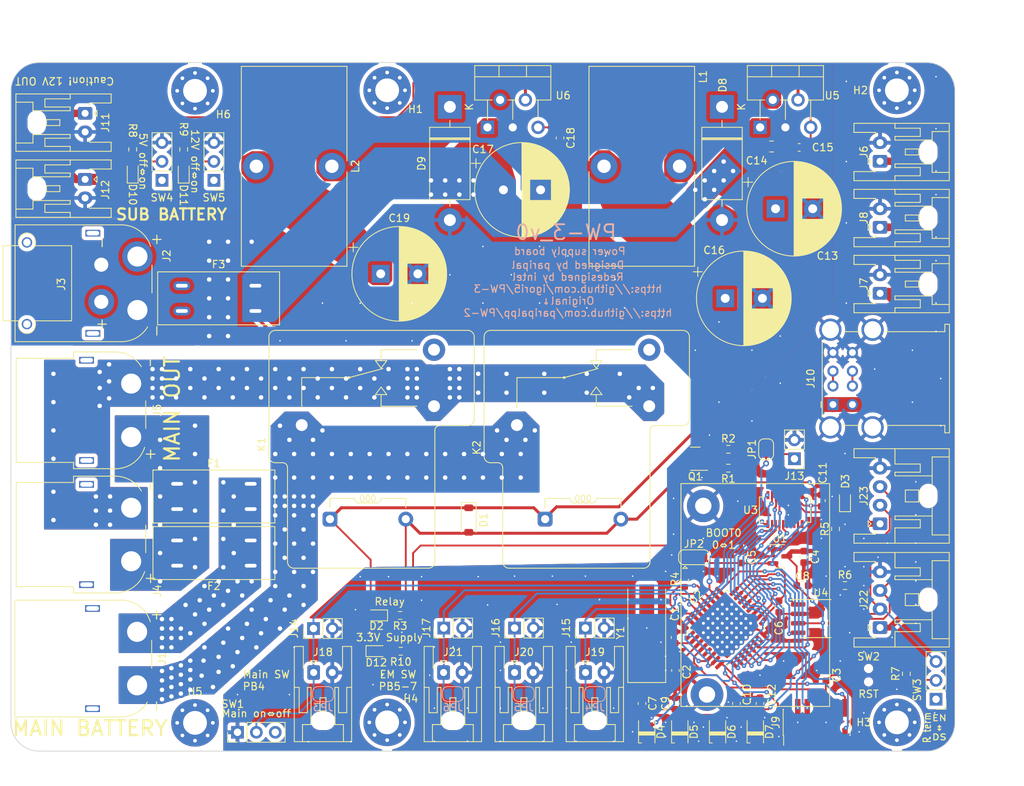
<source format=kicad_pcb>
(kicad_pcb (version 20221018) (generator pcbnew)
  (layers (0 "F.Cu" signal) (31 "B.Cu" signal) (34 "B.Paste" user) (35 "F.Paste" user) (36 "B.SilkS" user "B.Silkscreen") (37 "F.SilkS" user "F.Silkscreen") (38 "B.Mask" user) (39 "F.Mask" user) (44 "Edge.Cuts" user))
  (net 0 "")
  (net 1 "Net-(U2-PF0)")
  (net 2 "GND")
  (net 3 "Net-(U2-PF1)")
  (net 4 "Net-(SW4-B)")
  (net 5 "Net-(SW5-B)")
  (net 6 "+12V")
  (net 7 "Net-(D1-A)")
  (net 8 "Net-(D2-K)")
  (net 9 "Net-(D3-K)")
  (net 10 "+5V")
  (net 11 "Net-(D3-A)")
  (net 12 "+BATT")
  (net 13 "Net-(D4-DOUT)")
  (net 14 "/Vout+")
  (net 15 "Net-(D5-DOUT)")
  (net 16 "/Vout-")
  (net 17 "Net-(D6-DOUT)")
  (net 19 "Net-(D8-K)")
  (net 20 "Net-(D9-K)")
  (net 21 "/Main_BATT")
  (net 22 "/Sub_BATT")
  (net 28 "Net-(J10-D1+)")
  (net 29 "Net-(J10-D2+)")
  (net 30 "Net-(JP2-C)")
  (net 32 "/NRST")
  (net 33 "+3V3")
  (net 34 "/NeoPixel")
  (net 36 "Net-(Q1-B)")
  (net 37 "Net-(U2-BOOT0)")
  (net 38 "Net-(U4-Rs)")
  (net 39 "Net-(SW3-B)")
  (net 41 "/SWDIO")
  (net 42 "/SWCLK")
  (net 46 "/VCP_RX")
  (net 47 "/VCP_TX")
  (net 48 "/CANH")
  (net 49 "/CANL")
  (net 55 "/IM920_IO1")
  (net 56 "/IM920_IO2")
  (net 57 "/IM920_IO6")
  (net 58 "/IM920_IO7")
  (net 59 "/IM920_IO5")
  (net 60 "/IM920_IO3")
  (net 61 "/IM920_IO4")
  (net 62 "/IM920_IO8")
  (net 63 "/disable_remote_kill")
  (net 64 "/IM920_IO10")
  (net 65 "/CAN_RX")
  (net 66 "/CAN_TX")
  (net 67 "/SW_IN1")
  (net 68 "/SW_IN2")
  (net 69 "/SW_IN3")
  (net 70 "/SW_IN4")
  (net 74 "Net-(D10-A)")
  (net 75 "Net-(D11-A)")
  (net 76 "/breaker_signal")
  (net 77 "Net-(J1-Pin_1)")
  (net 78 "/IM920_RESET")
  (net 79 "Net-(D12-A)")
  (footprint "Resistor_SMD:R_0603_1608Metric" (layer "F.Cu") (at 223.52 115.57)
    (fp_text reference "R2")
    (fp_text value "10k")
  )
  (footprint "Connector_PinHeader_2.54mm:PinHeader_1x03_P2.54mm_Vertical" (layer "F.Cu") (at 251.46 149.225 180)
    (fp_text reference "SW3")
    (fp_text value "SW_SPDT")
  )
  (footprint "LED_SMD:LED_0603_1608Metric" (layer "F.Cu") (at 176.186 137.932 180)
    (fp_text reference "D2")
    (fp_text value "LED")
  )
  (footprint "Package_TO_SOT_THT:TO-220-5_P3.4x3.7mm_StaggerOdd_Lead3.8mm_Vertical" (layer "F.Cu") (at 191.115 72.23)
    (fp_text reference "U6")
    (fp_text value "SI-7120S")
  )
  (footprint "Connector_JST:JST_XA_S02B-XASK-1_1x02_P2.50mm_Horizontal" (layer "F.Cu") (at 136.975 79.23 -90)
    (fp_text reference "J12")
    (fp_text value "Conn_01x02_Female")
  )
  (footprint "Connector_JST:JST_XA_S04B-XASK-1_1x04_P2.50mm_Horizontal" (layer "F.Cu") (at 243.93063 139.571777 90)
    (fp_text reference "J22")
    (fp_text value "Conn_01x04_Female")
  )
  (footprint "Capacitor_SMD:C_0603_1608Metric" (layer "F.Cu") (at 236.03563 122.486777 -90)
    (fp_text reference "C11")
    (fp_text value "100n")
  )
  (footprint "Connector_JST:JST_XA_S02B-XASK-1_1x02_P2.50mm_Horizontal" (layer "F.Cu") (at 136.975 70.34 -90)
    (fp_text reference "J11")
    (fp_text value "Conn_01x02_Female")
  )
  (footprint "Jumper:SolderJumper-3_P1.3mm_Bridged12_RoundedPad1.0x1.5mm" (layer "F.Cu") (at 218.89063 130.106777)
    (fp_text reference "JP2")
    (fp_text value "SolderJumper_3_Bridged12")
  )
  (footprint "Connector_PinHeader_2.54mm:PinHeader_1x03_P2.54mm_Vertical" (layer "F.Cu") (at 157.48 153.67 90)
    (fp_text reference "SW1")
    (fp_text value "SW_SPDT")
  )
  (footprint "Resistor_SMD:R_0603_1608Metric" (layer "F.Cu") (at 217.62063 133.281777 -90)
    (fp_text reference "R4")
    (fp_text value "10k")
  )
  (footprint "Resistor_SMD:R_0603_1608Metric" (layer "F.Cu") (at 223.52 118.11 180)
    (fp_text reference "R1")
    (fp_text value "1k")
  )
  (footprint "Connector_PinHeader_2.54mm:PinHeader_1x02_P2.54mm_Vertical" (layer "F.Cu") (at 167.703223 139.7 90)
    (fp_text reference "J14")
    (fp_text value "Conn_01x02_Male")
  )
  (footprint "Connector_JST:JST_XA_S02B-XASK-1_1x02_P2.50mm_Horizontal" (layer "F.Cu") (at 243.93063 94.575 90)
    (fp_text reference "J7")
    (fp_text value "Conn_01x02_Female")
  )
  (footprint "Connector_JST:JST_XA_S02B-XASK-1_1x02_P2.50mm_Horizontal" (layer "F.Cu") (at 204.30563 145.621777)
    (fp_text reference "J19")
    (fp_text value "Conn_01x02_Female")
  )
  (footprint "LED_SMD:LED_0603_1608Metric" (layer "F.Cu") (at 176.2505 142.748)
    (fp_text reference "D12")
    (fp_text value "LED")
  )
  (footprint "Resistor_SMD:R_0603_1608Metric" (layer "F.Cu") (at 179.4485 142.758 180)
    (fp_text reference "R10")
    (fp_text value "1k")
  )
  (footprint "LED_SMD:LED_0603_1608Metric" (layer "F.Cu") (at 239.21063 122.486777 90)
    (fp_text reference "D3")
    (fp_text value "LED")
  )
  (footprint "LED_additional:LED_2020Metric_WS2812C_2.0x2.0mm_P1.0mm" (layer "F.Cu") (at 212.54063 153.601777 -90)
    (fp_text reference "D4")
    (fp_text value "WS2812C")
  )
  (footprint "Connector_AMASS:AMASS_XT60PW-M_1x02_P7.20mm_Horizontal" (layer "F.Cu") (at 143.975 147.345 90)
    (fp_text reference "J1")
    (fp_text value "XT60_M")
  )
  (footprint "Resistor_SMD:R_0603_1608Metric" (layer "F.Cu") (at 143.383 75.1945 -90)
    (fp_text reference "R8")
    (fp_text value "R")
  )
  (footprint "Capacitor_THT:CP_Radial_D12.5mm_P5.00mm" (layer "F.Cu") (at 223.101041 95.25)
    (fp_text reference "C16")
    (fp_text value "1000μF")
  )
  (footprint "Library:Fuseholder_Keystone_3568" (layer "F.Cu") (at 154.305 129.54 180)
    (fp_text reference "F2")
    (fp_text value "Fuse")
  )
  (footprint "Library:Fuseholder_Keystone_3568" (layer "F.Cu") (at 154.305 121.92 180)
    (fp_text reference "F1")
    (fp_text value "Fuse")
  )
  (footprint "LED_SMD:LED_0603_1608Metric" (layer "F.Cu") (at 143.383 78.2425 90)
    (fp_text reference "D10")
    (fp_text value "LED")
  )
  (footprint "Capacitor_SMD:C_0603_1608Metric" (layer "F.Cu") (at 230.32063 136.736777 90)
    (fp_text reference "C6")
    (fp_text value "100n")
  )
  (footprint "MountingHole:MountingHole_3.2mm_M3_Pad_Via" (layer "F.Cu") (at 177.61563 67.241777)
    (fp_text reference "H1")
    (fp_text value "MountingHole")
  )
  (footprint "Capacitor_SMD:C_0603_1608Metric" (layer "F.Cu") (at 233.045 74.93 180)
    (fp_text reference "C15")
    (fp_text value "1μF")
  )
  (footprint "Resistor_SMD:R_0603_1608Metric" (layer "F.Cu") (at 247.46563 145.791777 90)
    (fp_text reference "R7")
    (fp_text value "120")
  )
  (footprint "Capacitor_SMD:C_0603_1608Metric" (layer "F.Cu") (at 233.68 130.048 90)
    (fp_text reference "C4")
    (fp_text value "1u")
  )
  (footprint "LED_additional:LED_2020Metric_WS2812C_2.0x2.0mm_P1.0mm" (layer "F.Cu") (at 222.06563 153.601777 -90)
    (fp_text reference "D6")
    (fp_text value "WS2812C")
  )
  (footprint "Connector_USB:USB_A_Wuerth_61400826021_Horizontal_Stacked" (layer "F.Cu") (at 237.595 109.545 90)
    (fp_text reference "J10")
    (fp_text value "USB_A_Stacked")
  )
  (footprint "Capacitor_SMD:C_0805_2012Metric" (layer "F.Cu") (at 229.333959 74.81)
    (fp_text reference "C14")
    (fp_text value "4.7μF")
  )
  (footprint "LED_SMD:LED_0603_1608Metric" (layer "F.Cu") (at 150.241 78.2425 90)
    (fp_text reference "D11")
    (fp_text value "LED")
  )
  (footprint "Connector_JST:JST_XA_S02B-XASK-1_1x02_P2.50mm_Horizontal" (layer "F.Cu") (at 243.93063 85.685 90)
    (fp_text reference "J8")
    (fp_text value "Conn_01x02_Female")
  )
  (footprint "Package_TO_SOT_SMD:SOT-23" (layer "F.Cu") (at 219.075 116.84 180)
    (fp_text reference "Q1")
    (fp_text value "2SC3325-Y")
  )
  (footprint "Inductor_THT:L_Toroid_Vertical_L26.7mm_W14.0mm_P10.16mm_Pulse_D" (layer "F.Cu") (at 170.18 77.47 -90)
    (fp_text reference "L2")
    (fp_text value "150μH")
  )
  (footprint "Capacitor_SMD:C_0603_1608Metric" (layer "F.Cu") (at 211.90563 149.791777 -90)
    (fp_text reference "C7")
    (fp_text value "100n")
  )
  (footprint "Relay_THT:Relay_SPDT_RAYEX-L90S" (layer "F.Cu") (at 203.97 127.51 90)
    (fp_text reference "K2")
    (fp_text value "953-1C-12DG-1")
  )
  (footprint "MountingHole:MountingHole_3.2mm_M3_Pad_Via" (layer "F.Cu") (at 151.765 152.4)
    (fp_text reference "H5")
    (fp_text value "MountingHole")
  )
  (footprint "Inductor_THT:L_Toroid_Vertical_L26.7mm_W14.0mm_P10.16mm_Pulse_D" (layer "F.Cu") (at 216.953959 77.47 -90)
    (fp_text reference "L1")
    (fp_text value "100μH")
  )
  (footprint "Package_SO:SOIC-8_3.9x4.9mm_P1.27mm" (layer "F.Cu") (at 235.40063 138.361777)
    (fp_text reference "U4")
    (fp_text value "MCP2551-I-SN")
  )
  (footprint "Crystal:Crystal_SMD_HC49-SD" (layer "F.Cu") (at 212.54063 140.266777 90)
    (fp_text reference "Y1")
    (fp_text value "16MHz")
  )
  (footprint "Diode_THT:D_DO-201AD_P15.24mm_Horizontal" (layer "F.Cu") (at 186.055 69.469 -90)
    (fp_text reference "D9")
    (fp_text value "SBM1060LSS")
  )
  (footprint "Connector_AMASS:AMASS_XT60PW-M_1x02_P7.20mm_Horizontal" (layer "F.Cu") (at 144.015 96.82 90)
    (fp_text reference "J2")
    (fp_text value "XT60_M")
  )
  (footprint "Connector_JST:JST_XA_S02B-XASK-1_1x02_P2.50mm_Horizontal" (layer "F.Cu") (at 185.20563 145.621777)
    (fp_text reference "J21")
    (fp_text value "Conn_01x02_Female")
  )
  (footprint "Connector_AMASS:AMASS_XT30PW-M_1x02_P2.50mm_Horizontal" (layer "F.Cu") (at 139.152 90.718 90)
    (fp_text reference "J3")
    (fp_text value "XT30_M")
  )
  (footprint "MountingHole:MountingHole_3.2mm_M3_Pad_Via" (layer "F.Cu") (at 246.19563 67.241777)
    (fp_text reference "H2")
    (fp_text value "MountingHole")
  )
  (footprint "Connector_PinHeader_2.54mm:PinHeader_1x02_P2.54mm_Vertical" (layer "F.Cu") (at 194.75563 139.631777 90)
    (fp_text reference "J16")
    (fp_text value "Conn_01x02_Male")
  )
  (footprint "Capacitor_SMD:C_0603_1608Metric" (layer "F.Cu") (at 225.24063 130.106777 -90)
    (fp_text reference "C5")
    (fp_text value "1u")
  )
  (footprint "Capacitor_SMD:C_0603_1608Metric" (layer "F.Cu") (at 216.408 145.346777 90)
    (fp_text reference "C2")
    (fp_text value "22p")
  )
  (footprint "Capacitor_SMD:C_0603_1608Metric" (layer "F.Cu") (at 233.49563 133.916777 180)
    (fp_text reference "C8")
    (fp_text value "100n")
  )
  (footprint "Connector_PinHeader_2.54mm:PinHeader_1x03_P2.54mm_Vertical" (layer "F.Cu") (at 147.32 79.36 180)
    (fp_text reference "SW4")
    (fp_text value "SW_SPDT")
  )
  (footprint "Capacitor_SMD:C_0603_1608Metric" (layer "F.Cu") (at 216.35063 140.901777 -90)
    (fp_text reference "C1")
    (fp_text value "22p")
  )
  (footprint "Connector_JST:JST_XA_S02B-XASK-1_1x02_P2.50mm_Horizontal" (layer "F.Cu") (at 243.93063 76.795 90)
    (fp_text reference "J6")
    (fp_text value "Conn_01x02_Female")
  )
  (footprint "Resistor_SMD:R_0603_1608Metric" (layer "F.Cu") (at 150.241 75.1945 -90)
    (fp_text reference "R9")
    (fp_text value "R")
  )
  (footprint "Connector_JST:JST_XA_S02B-XASK-1_1x02_P2.50mm_Horizontal" (layer "F.Cu") (at 167.728223 145.621777)
    (fp_text reference "J18")
    (fp_text value "Conn_01x02_Female")
  )
  (footprint "Connector_PinHeader_2.54mm:PinHeader_1x02_P2.54mm_Vertical" (layer "F.Cu") (at 204.28063 139.631777 90)
    (fp_text reference "J15")
    (fp_text value "Conn_01x02_Male")
  )
  (footprint "LED_additional:LED_2020Metric_WS2812C_2.0x2.0mm_P1.0mm" (layer "F.Cu") (at 216.98563 153.601777 -90)
    (fp_text reference "D5")
    (fp_text value "WS2812C")
  )
  (footprint "Capacitor_SMD:C_0603_1608Metric" (layer "F.Cu") (at 236.67063 145.981777 -90)
    (fp_text reference "C3")
    (fp_text value "100n")
  )
  (footprint "Capacitor_THT:CP_Radial_D12.5mm_P5.00mm" (layer "F.Cu") (at 176.746041 91.948)
    (fp_text reference "C19")
    (fp_text value "1000μF")
  )
  (footprint "Connector_PinHeader_1.27mm:PinHeader_2x07_P1.27mm_Vertical_SMD" (layer "F.Cu") (at 235.40063 152.331777 90)
    (fp_text reference "J9")
    (fp_text value "Conn_02x07_Odd_Even")
  )
  (footprint "Package_QFP:LQFP-32_7x7mm_P0.8mm" (layer "F.Cu") (at 223.33563 139.631777 45)
    (fp_text reference "U2")
    (fp_text value "STM32F303K8Tx")
  )
  (footprint "LED_additional:LED_2020Metric_WS2812C_2.0x2.0mm_P1.0mm" (layer "F.Cu") (at 227.14563 153.601777 -90)
    (fp_text reference "D7")
    (fp_text value "WS2812C")
  )
  (footprint "Connector_JST:JST_XA_S02B-XASK-1_1x02_P2.50mm_Horizontal" (layer "F.Cu") (at 194.75563 145.621777)
    (fp_text reference "J20")
    (fp_text value "Conn_01x02_Female")
  )
  (footprint "Jumper:SolderJumper-2_P1.3mm_Open_RoundedPad1.0x1.5mm" (layer "F.Cu") (at 228.6 115.57 90)
    (fp_text reference "JP1")
    (fp_text value "SolderJumper_2_Open")
  )
  (footprint "Library:Fuseholder_Keystone_3568" (layer "F.Cu") (at 154.94 95.25)
    (fp_text reference "F3")
    (fp_text value "Fuse")
  )
  (footprint "Capacitor_THT:CP_Radial_D12.5mm_P5.00mm" (layer "F.Cu") (at 229.87 83.185)
    (fp_text reference "C13")
    (fp_text value "1500μF")
  )
  (footprint "Diode_THT:D_DO-201AD_P15.24mm_Horizontal" (layer "F.Cu") (at 222.668959 69.469 -90)
    (fp_text reference "D8")
    (fp_text value "SBM1060LSS")
  )
  (footprint "Capacitor_THT:CP_Radial_D12.5mm_P5.00mm" (layer "F.Cu") (at 193.256041 80.645)
    (fp_text reference "C17")
    (fp_text value "1000μF")
  )
  (footprint "Connector_JST:JST_XA_S04B-XASK-1_1x04_P2.50mm_Horizontal" (layer "F.Cu") (at 243.93063 125.601777 90)
    (fp_text reference "J23")
    (fp_text value "Conn_01x04_Female")
  )
  (footprint "Package_TO_SOT_SMD:SOT-23" (layer "F.Cu") (at 230.44763 129.979777)
    (fp_text reference "U1")
    (fp_text value "MCP1700-3302E_SOT23")
  )
  (footprint "Capacitor_SMD:C_0603_1608Metric" (layer "F.Cu") (at 216.35063 149.791777 -90)
    (fp_text reference "C9")
    (fp_text value "100n")
  )
  (footprint "Resistor_SMD:R_0603_1608Metric" (layer "F.Cu") (at 239.21063 133.916777)
    (fp_text reference "R6")
    (fp_text value "10k")
  )
  (footprint "Capacitor_SMD:C_0603_1608Metric" (layer "F.Cu") (at 224.60563 149.791777 -90)
    (fp_text reference "C10")
    (fp_text value "100n")
  )
  (footprint "Resistor_SMD:R_0603_1608Metric" (layer "F.Cu") (at 237.94063 126.296777 90)
    (fp_text reference "R5")
    (fp_text value "10k")
  )
  (footprint "Connector_PinHeader_2.54mm:PinHeader_1x03_P2.54mm_Vertical" (layer "F.Cu") (at 154.305 79.36 180)
    (fp_text reference "SW5")
    (fp_text value "SW_SPDT")
  )
  (footprint "Button_Switch_additional:TVAF06-A020B-R" (layer "F.Cu") (at 242.38563 145.981777 90)
    (fp_text reference "SW2")
    (fp_text value "SW_Push")
  )
  (footprint "Resistor_SMD:R_0603_1608Metric" (layer "F.Cu") (at 179.361 137.932 180)
    (fp_text reference "R3")
    (fp_text value "1k")
  )
  (footprint "Connector_AMASS:AMASS_XT60PW-F_1x02_P7.20mm_Horizontal" (layer "F.Cu") (at 143.175 123.445 90)
    (fp_text reference "J4")
    (fp_text value "XT60_F")
  )
  (footprint "Capacitor_SMD:C_0603_1608Metric" (layer "F.Cu") (at 227.78063 149.791777 -90)
    (fp_text reference "C12")
    (fp_text value "100n")
  )
  (footprint "MountingHole:MountingHole_3.2mm_M3_Pad_Via" (layer "F.Cu") (at 151.765 67.31)
    (fp_text reference "H6")
    (fp_text value "MountingHole")
  )
  (footprint "Connector_PinHeader_2.54mm:PinHeader_1x02_P2.54mm_Vertical" (layer "F.Cu") (at 185.23063 139.631777 90)
    (fp_text reference "J17")
    (fp_text value "Conn_01x02_Male")
  )
  (footprint "interplan:IM920s" (layer "F.Cu") (at 227.14563 135.186777 180)
    (fp_text reference "U3")
    (fp_text value "IM920s")
  )
  (footprint "Capacitor_SMD:C_0603_1608Metric" (layer "F.Cu") (at 200.876041 73.66 -90)
    (fp_text reference "C18")
    (fp_text value "1μF")
  )
  (footprint "Diode_SMD:D_SOD-123" (layer "F.Cu") (at 188.595 125.095 -90)
    (fp_text reference "D1")
    (fp_text value "GS1010FL")
  )
  (footprint "MountingHole:MountingHole_3.2mm_M3_Pad_Via" (layer "F.Cu") (at 246.19563 152.331777)
    (fp_text reference "H3")
    (fp_text value "MountingHole")
  )
  (footprint "Connector_PinHeader_2.54mm:PinHeader_1x02_P2.54mm_Vertical" (layer "F.Cu") (at 232.41 116.845 180)
    (fp_text reference "J13")
    (fp_text value "Conn_01x02_Male")
  )
  (footprint "MountingHole:MountingHole_3.2mm_M3_Pad_Via" (layer "F.Cu") (at 177.61563 152.331777)
    (fp_text reference "H4")
    (fp_text value "MountingHole")
  )
  (footprint "Connector_AMASS:AMASS_XT60PW-F_1x02_P7.20mm_Horizontal" (layer "F.Cu") (at 143.175 106.725 90)
    (fp_text reference "J5")
    (fp_text value "XT60_F")
  )
  (footprint "Package_TO_SOT_THT:TO-220-5_P3.4x3.7mm_StaggerOdd_Lead3.8mm_Vertical" (layer "F.Cu") (at 227.793959 72.23)
    (fp_text reference "U5")
    (fp_text value " SI-8050HFE")
  )
  (footprint "Relay_THT:Relay_SPDT_RAYEX-L90S" (layer "F.Cu") (at 175.02 127.51 90)
    (fp_text reference "K1")
    (fp_text value "953-1C-12DG-1")
  )
  (footprint "Jumper:SolderJumper-2_P1.3mm_Open_RoundedPad1.0x1.5mm" (layer "B.Cu") (at 205.55563 148.521777)
    (fp_text reference "JP4")
    (fp_text value "SolderJumper_2_Open")
  )
  (footprint "Jumper:SolderJumper-2_P1.3mm_Open_RoundedPad1.0x1.5mm" (layer "B.Cu") (at 168.993223 148.521777)
    (fp_text reference "JP3")
    (fp_text value "SolderJumper_2_Open")
  )
  (footprint "Jumper:SolderJumper-2_P1.3mm_Open_RoundedPad1.0x1.5mm" (layer "B.Cu") (at 196.00563 148.521777)
    (fp_text reference "JP5")
    (fp_text value "SolderJumper_2_Open")
  )
  (footprint "Jumper:SolderJumper-2_P1.3mm_Open_RoundedPad1.0x1.5mm" (layer "B.Cu") (at 186.45563 148.521777)
    (fp_text reference "JP6")
    (fp_text value "SolderJumper_2_Open")
  )
  (gr_arc (start 130.81 156.21) (mid 128.115934 155.094068) (end 127 152.4) (stroke (width 0.1)) (layer "Edge.Cuts"))
  (gr_arc (start 127 67.31) (mid 128.115913 64.615898) (end 130.81 63.5) (stroke (width 0.1)) (layer "Edge.Cuts"))
  (gr_line (start 250.19 156.21) (end 130.81 156.21) (stroke (width 0.1)) (layer "Edge.Cuts"))
  (gr_line (start 130.81 63.5) (end 250.19 63.5) (stroke (width 0.1)) (layer "Edge.Cuts"))
  (gr_arc (start 250.19 63.5) (mid 252.884088 64.615914) (end 254 67.31) (stroke (width 0.1)) (layer "Edge.Cuts"))
  (gr_line (start 254 67.31) (end 254 152.4) (stroke (width 0.1)) (layer "Edge.Cuts"))
  (gr_line (start 127 152.4) (end 127 67.31) (stroke (width 0.1)) (layer "Edge.Cuts"))
  (gr_arc (start 254 152.4) (mid 252.884067 155.094051) (end 250.19 156.21) (stroke (width 0.1)) (layer "Edge.Cuts"))
  (gr_text "Power supply board" (at 202.184 88.9) (layer "B.SilkS") (effects (font (size 1 1)) (justify mirror)))
  (gr_text "Designed by paripal\nRedesigned by intel\nhttps://github.com/igori5/PW-3\nOriginal↓\nhttps://github.com/paripalpp/PW-2" (at 201.93 93.98) (layer "B.SilkS") (effects (font (size 1 1)) (justify mirror)))
  (gr_text "PW-3_v0" (at 201.676 86.36) (layer "B.SilkS") (effects (font (size 2 2) (thickness 0.25)) (justify mirror)))
  (gr_text "EN\n↕\nDS" (at 251.91063 153.035) (layer "F.SilkS") (effects (font (size 0.8 1))))
  (gr_text "Main on⇔off" (at 160.02 151.13) (layer "F.SilkS") (effects (font (size 1 1))))
  (gr_text "RST" (at 242.38563 148.521777) (layer "F.SilkS") (effects (font (size 1 1))))
  (gr_text "EM SW\nPB5-7" (at 179.07 146.685) (layer "F.SilkS") (effects (font (size 1 1))))
  (gr_text "Caution! 12V OUT" (at 140.97 65.405 180) (layer "F.SilkS") (effects (font (size 1 1)) (justify left bottom)))
  (gr_text "Main SW\nPB4" (at 158.115 146.685) (layer "F.SilkS") (effects (font (size 1 1)) (justify left)))
  (gr_text "12V off⇔on" (at 151.765 76.82 -90) (layer "F.SilkS") (effects (font (size 1 1))))
  (gr_text "R term" (at 250.25963 153.035 90) (layer "F.SilkS") (effects (font (size 1 0.8))))
  (gr_text "MAIN BATTERY" (at 127 154.305) (layer "F.SilkS") (effects (font (size 2 2) (thickness 0.3) bold) (justify left bottom)))
  (gr_text "BOOT0\n0⇔1" (at 222.885 127.635) (layer "F.SilkS") (effects (font (size 1 1))))
  (gr_text "Relay" (at 175.8285 136.662) (layer "F.SilkS") (effects (font (size 1 1)) (justify left bottom)))
  (gr_text "3.3V Supply" (at 177.9245 141.488) (layer "F.SilkS") (effects (font (size 1 1)) (justify bottom)))
  (gr_text "MAIN OUT" (at 149.86 117.475 90) (layer "F.SilkS") (effects (font (size 2 2) (thickness 0.3) bold) (justify left bottom)))
  (gr_text "SUB BATTERY" (at 140.97 84.836) (layer "F.SilkS") (effects (font (size 1.5 1.5) (thickness 0.3) bold) (justify left bottom)))
  (gr_text "5V off⇔on" (at 144.78 76.82 -90) (layer "F.SilkS") (effects (font (size 1 1))))
  (segment (start 212.54063 137.866777) (end 216.35063 141.676777) (width 0.25) (layer "F.Cu") (net 1))
  (segment (start 212.54063 136.016777) (end 212.54063 137.866777) (width 0.25) (layer "F.Cu") (net 1))
  (segment (start 218.462203 141.676777) (end 218.969246 141.169734) (width 0.25) (layer "F.Cu") (net 1))
  (segment (start 216.35063 141.676777) (end 218.462203 141.676777) (width 0.25) (layer "F.Cu") (net 1))
  (segment (start 232.89563 125.636777) (end 232.89563 126.85063) (width 0.2) (layer "F.Cu") (net 2))
  (segment (start 151.638 74.93) (end 151.638 78.232) (width 0.25) (layer "F.Cu") (net 2))
  (segment (start 232.89563 126.85063) (end 233.045 127) (width 0.2) (layer "F.Cu") (net 2))
  (segment (start 144.78 75.311) (end 145.811 74.28) (width 0.25) (layer "F.Cu") (net 2))
  (segment (start 143.383 79.03) (end 143.982 79.03) (width 0.25) (layer "F.Cu") (net 2))
  (segment (start 151.638 78.232) (end 150.84 79.03) (width 0.25) (layer "F.Cu") (net 2))
  (segment (start 217.251223 140.126777) (end 216.35063 140.126777) (width 0.25) (layer "F.Cu") (net 2))
  (segment (start 228.2677 140.6377) (end 228.854 141.224) (width 0.25) (layer "F.Cu") (net 2))
  (segment (start 217.678 139.7) (end 217.251223 140.126777) (width 0.25) (layer "F.Cu") (net 2))
  (segment (start 143.982 79.03) (end 144.78 78.232) (width 0.25) (layer "F.Cu") (net 2))
  (segment (start 232.89563 125.636777) (end 232.89563 124.31063) (width 0.2) (layer "F.Cu") (net 2))
  (segment (start 144.78 78.232) (end 144.78 75.311) (width 0.25) (layer "F.Cu") (net 2))
  (segment (start 228.2677 140.604049) (end 228.2677 140.6377) (width 0.25) (layer "F.Cu") (net 2))
  (segment (start 152.288 74.28) (end 151.638 74.93) (width 0.25) (layer "F.Cu") (net 2))
  (segment (start 228.854 141.224) (end 234.188 141.224) (width 0.25) (layer "F.Cu") (net 2))
  (segment (start 217.678 139.385065) (end 217.678 139.7) (width 0.25) (layer "F.Cu") (net 2))
  (segment (start 150.84 79.03) (end 150.241 79.03) (width 0.25) (layer "F.Cu") (net 2))
  (segment (start 145.811 74.28) (end 147.32 74.28) (width 0.25) (layer "F.Cu") (net 2))
  (segment (start 232.92563 137.726777) (end 230.53563 137.726777) (width 0.25) (layer "F.Cu") (net 2))
  (segment (start 232.89563 124.31063) (end 232.41 123.825) (width 0.2) (layer "F.Cu") (net 2))
  (segment (start 234.188 141.224) (end 234.95 141.224) (width 0.25) (layer "F.Cu") (net 2))
  (segment (start 230.53563 137.726777) (end 230.32063 137.511777) (width 0.25) (layer "F.Cu") (net 2))
  (segment (start 154.305 74.28) (end 152.288 74.28) (width 0.25) (layer "F.Cu") (net 2))
  (segment (start 218.40356 138.659505) (end 217.678 139.385065) (width 0.25) (layer "F.Cu") (net 2))
  (via (at 236.67063 152.331777) (size 0.6) (drill 0.2) (layers "F.Cu" "B.Cu") (net 2))
  (via (at 183.96563 142.171777) (size 0.6) (drill 0.2) (layers "F.Cu" "B.Cu") (net 2))
  (via (at 241.75063 131.376777) (size 0.6) (drill 0.2) (layers "F.Cu" "B.Cu") (net 2))
  (via (at 239.395 66.04) (size 0.6) (drill 0.2) (layers "F.Cu" "B.Cu") (net 2))
  (via (at 235.40063 145.346777) (size 0.6) (drill 0.2) (layers "F.Cu" "B.Cu") (net 2))
  (via (at 214.63 97.79) (size 0.6) (drill 0.2) (layers "F.Cu" "B.Cu") (net 2))
  (via (at 248.285 109.22) (size 0.6) (drill 0.2) (layers "F.Cu" "B.Cu") (net 2))
  (via (at 236.03563 127.566777) (size 0.6) (drill 0.2) (layers "F.Cu" "B.Cu") (net 2))
  (via (at 223.33563 151.696777) (size 0.6) (drill 0.2) (layers "F.Cu" "B.Cu") (net 2))
  (via (at 175.26 140.208) (size 0.6) (drill 0.2) (layers "F.Cu" "B.Cu") (net 2))
  (via (at 168.91 95.885) (size 0.6) (drill 0.2) (layers "F.Cu" "B.Cu") (net 2))
  (via (at 222.06563 140.901777) (size 0.8) (drill 0.4) (layers "F.Cu" "B.Cu") (net 2))
  (via (at 241.75063 137.091777) (size 0.6) (drill 0.2) (layers "F.Cu" "B.Cu") (net 2))
  (via (at 243.65563 130.106777) (size 0.6) (drill 0.2) (layers "F.Cu" "B.Cu") (net 2))
  (via (at 248.285 102.235) (size 0.6) (drill 0.2) (layers "F.Cu" "B.Cu") (net 2))
  (via (at 251.46 78.105) (size 0.6) (drill 0.2) (layers "F.Cu" "B.Cu") (net 2))
  (via (at 239.21063 119.946777) (size 0.6) (drill 0.2) (layers "F.Cu" "B.Cu") (net 2))
  (via (at 248.73563 124.391777) (size 0.6) (drill 0.2) (layers "F.Cu" "B.Cu") (net 2))
  (via (at 220.16063 132.011777) (size 0.6) (drill 0.2) (layers "F.Cu" "B.Cu") (net 2))
  (via (at 186.50563 142.171777) (size 0.6) (drill 0.2) (layers "F.Cu" "B.Cu") (net 2))
  (via (at 236.03563 125.026777) (size 0.6) (drill 0.2) (layers "F.Cu" "B.Cu") (net 2))
  (via (at 213.17563 151.696777) (size 0.6) (drill 0.2) (layers "F.Cu" "B.Cu") (net 2))
  (via (at 236.67063 132.646777) (size 0.6) (drill 0.2) (layers "F.Cu" "B.Cu") (net 2))
  (via (at 239.21063 116.136777) (size 0.6) (drill 0.2) (layers "F.Cu" "B.Cu") (net 2))
  (via (at 173.355 137.16) (size 0.6) (drill 0.2) (layers "F.Cu" "B.Cu") (net 2))
  (via (at 176.98063 145.981777) (size 0.6) (drill 0.2) (layers "F.Cu" "B.Cu") (net 2))
  (via (at 228.41563 151.696777) (size 0.6) (drill 0.2) (layers "F.Cu" "B.Cu") (net 2))
  (via (at 204.47 96.52) (size 0.6) (drill 0.2) (layers "F.Cu" "B.Cu") (net 2))
  (via (at 220.16063 140.266777) (size 0.8) (drill 0.4) (layers "F.Cu" "B.Cu") (net 2))
  (via (at 223.33563 142.171777) (size 0.8) (drill 0.4) (layers "F.Cu" "B.Cu") (net 2))
  (via (at 225.87563 140.901777) (size 0.8) (drill 0.4) (layers "F.Cu" "B.Cu") (net 2))
  (via (at 186.055 92.075) (size 0.6) (drill 0.2) (layers "F.Cu" "B.Cu") (net 2))
  (via (at 205.55563 142.806777) (size 0.6) (drill 0.2) (layers "F.Cu" "B.Cu") (net 2))
  (via (at 190.5 88.265) (size 0.6) (drill 0.2) (layers "F.Cu" "B.Cu") (net 2))
  (via (at 220.98 113.665) (size 0.6) (drill 0.2) (layers "F.Cu" "B.Cu") (net 2))
  (via (at 165.1 142.24) (size 0.6) (drill 0.2) (layers "F.Cu" "B.Cu") (net 2))
  (via (at 214.44563 141.536777) (size 0.6) (drill 0.2) (layers "F.Cu" "B.Cu") (net 2))
  (via (at 239.395 76.835) (size 0.6) (drill 0.2) (layers "F.Cu" "B.Cu") (net 2))
  (via (at 204.28563 132.646777) (size 0.6) (drill 0.2) (layers "F.Cu" "B.Cu") (net 2))
  (via (at 239.395 85.09) (size 0.6) (drill 0.2) (layers "F.Cu" "B.Cu") (net 2))
  (via (at 251.46 95.885) (size 0.6) (drill 0.2) (layers "F.Cu" "B.Cu") (net 2))
  (via (at 226.51063 140.266777) (size 0.8) (drill 0.4) (layers "F.Cu" "B.Cu") (net 2))
  (via (at 156.21 100.33) (size 1.2) (drill 0.6) (layers "F.Cu" "B.Cu") (net 2))
  (via (at 222.70063 142.806777) (size 0.8) (drill 0.4) (layers "F.Cu" "B.Cu") (net 2))
  (via (at 223.33563 138.361777) (size 0.8) (drill 0.4) (layers "F.Cu" "B.Cu") (net 2))
  (via (at 153.67 100.33) (size 1.2) (drill 0.6) (layers "F.Cu" "B.Cu") (net 2))
  (via (at 188.41063 154.871777) (size 0.6) (drill 0.2) (layers "F.Cu" "B.Cu") (net 2))
  (via (at 251.46 65.405) (size 0.6) (drill 0.2) (layers "F.Cu" "B.Cu") (net 2))
  (via (at 192.85563 154.871777) (size 0.6) (drill 0.2) (layers "F.Cu" "B.Cu") (net 2))
  (via (at 153.67 90.17) (size 1.2) (drill 0.6) (layers "F.Cu" "B.Cu") (net 2))
  (via (at 156.21 97.79) (size 1.2) (drill 0.6) (layers "F.Cu" "B.Cu") (net 2))
  (via (at 230.32063 154.236777) (size 0.6) (drill 0.2) (layers "F.Cu" "B.Cu") (net 2))
  (via (at 210.00063 135.821777) (size 0.6) (drill 0.2) (layers "F.Cu" "B.Cu") (net 2))
  (via (at 222.06563 138.361777) (size 0.8) (drill 0.4) (layers "F.Cu" "B.Cu") (net 2))
  (via (at 208.09563 154.871777) (size 0.6) (drill 0.2) (layers "F.Cu" "B.Cu") (net 2))
  (via (at 199.84063 132.646777) (size 0.6) (drill 0.2) (layers "F.Cu" "B.Cu") (net 2))
  (via (at 198.57063 154.871777) (size 0.6) (drill 0.2) (layers "F.Cu" "B.Cu") (net 2))
  (via (at 191.135 136.525) (size 0.6) (drill 0.2) (layers "F.Cu" "B.Cu") (net 2))
  (via (at 220.79563 138.361777) (size 0.8) (drill 0.4) (layers "F.Cu" "B.Cu") (net 2))
  (via (at 215.08063 154.236777) (size 0.6) (drill 0.2) (layers "F.Cu" "B.Cu") (net 2))
  (via (at 194.76063 132.646777) (size 0.6) (drill 0.2) (layers "F.Cu" "B.Cu") (net 2))
  (via (at 235.40063 130.741777) (size 0.6) (drill 0.2) (layers "F.Cu" "B.Cu") (net 2))
  (via (at 222.70063 137.726777) (size 0.8) (drill 0.4) (layers "F.Cu" "B.Cu") (net 2))
  (via (at 224.60563 139.631777) (size 0.8) (drill 0.4) (layers "F.Cu" "B.Cu") (net 2))
  (via (at 182.245 135.89) (size 0.6) (drill 0.2) (layers "F.Cu" "B.Cu") (net 2))
  (via (at 232.86063 152.331777) (size 0.6) (drill 0.2) (layers "F.Cu" "B.Cu") (net 2))
  (via (at 203.01563 154.871777) (size 0.6) (drill 0.2) (layers "F.Cu" "B.Cu") (net 2))
  (via (at 179.578 140.208) (size 0.6) (drill 0.2) (layers "F.Cu" "B.Cu") (net 2))
  (via (at 215.08063 132.011777) (size 0.6) (drill 0.2) (layers "F.Cu" "B.Cu") (net 2))
  (via (at 220.79563 140.901777) (size 0.8) (drill 0.4) (layers "F.Cu" "B.Cu") (net 2))
  (via (at 173.99 132.715) (size 0.6) (drill 0.2) (layers "F.Cu" "B.Cu") (net 2))
  (via (at 239.21063 125.661777) (size 0.6) (drill 0.2) (layers "F.Cu" "B.Cu") (net 2))
  (via (at 224.60563 142.171777) (size 0.8) (drill 0.4) (layers "F.Cu" "B.Cu") (net 2))
  (via (at 251.46 86.995) (size 0.6) (drill 0.2) (layers "F.Cu" "B.Cu") (net 2))
  (via (at 198.12 95.885) (size 0.6) (drill 0.2) (layers "F.Cu" "B.Cu") (net 2))
  (via (at 223.33563 140.901777) (size 0.8) (drill 0.4) (layers "F.Cu" "B.Cu") (net 2))
  (via (at 222.06563 142.171777) (size 0.8) (drill 0.4) (layers "F.Cu" "B.Cu") (net 2))
  (via (at 183.96563 150.426777) (size 0.6) (drill 0.2) (layers "F.Cu" "B.Cu") (net 2))
  (via (at 156.21 90.17) (size 1.2) (drill 0.6) (layers "F.Cu" "B.Cu") (net 2))
  (via (at 241.75063 151.061777) (size 0.6) (drill 0.2) (layers "F.Cu" "B.Cu") (net 2))
  (via (at 225.24063 152.966777) (size 0.6) (drill 0.2) (layers "F.Cu" "B.Cu") (net 2))
  (via (at 226.695 111.76) (size 0.6) (drill 0.2) (layers "F.Cu" "B.Cu") (net 2))
  (via (at 182.245 132.715) (size 0.6) (drill 0.2) (layers "F.Cu" "B.Cu") (net 2))
  (via (at 223.97063 138.996777) (size 0.8) (drill 0.4) (layers "F.Cu" "B.Cu") (net 2))
  (via (at 239.395 95.885) (size 0.6) (drill 0.2) (layers "F.Cu" "B.Cu") (net 2))
  (via (at 192.85563 145.346777) (size 0.6) (drill 0.2) (layers "F.Cu" "B.Cu") (net 2))
  (via (at 200.47563 136.456777) (size 0.6) (drill 0.2) (layers "F.Cu" "B.Cu") (net 2))
  (via (at 223.97063 141.536777) (size 0.8) (drill 0.4) (layers "F.Cu" "B.Cu") (net 2))
  (via (at 223.97063 142.806777) (size 0.8) (drill 0.4) (layers "F.Cu" "B.Cu") (net 2))
  (via (at 241.75063 142.806777) (size 0.6) (drill 0.2) (layers "F.Cu" "B.Cu") (net 2))
  (via (at 218.89063 152.331777) (size 0.6) (drill 0.2) (layers "F.Cu" "B.Cu") (net 2))
  (via (at 226.51063 149.156777) (size 0.6) (drill 0.2) (layers "F.Cu" "B.Cu") (net 2))
  (via (at 222.06563 137.091777) (size 0.8) (drill 0.4) (layers "F.Cu" "B.Cu") (net 2))
  (via (at 230.95563 144.076777) (size 0.6) (drill 0.2) (layers "F.Cu" "B.Cu") (net 2))
  (via (at 220.16063 152.966777) (size 0.6) (drill 0.2) (layers "F.Cu" "B.Cu") (net 2))
  (via (at 225.24063 140.266777) (size 0.8) (drill 0.4) (layers "F.Cu" "B.Cu") (net 2))
  (via (at 222.06563 139.631777) (size 0.8) (drill 0.4) (layers "F.Cu" "B.Cu") (net 2))
  (via (at 222.70063 138.996777) (size 0.8) (drill 0.4) (layers "F.Cu" "B.Cu") (net 2))
  (via (at 248.73563 138.996777) (size 0.6) (drill 0.2) (layers "F.Cu" "B.Cu") (net 2))
  (via (at 235.40063 134.551777) (size 0.6) (drill 0.2) (layers "F.Cu" "B.Cu") (net 2))
  (via (at 226.695 102.235) (size 0.6) (drill 0.2) (layers "F.Cu" "B.Cu") (net 2))
  (via (at 167.005 154.94) (size 0.6) (drill 0.2) (layers "F.Cu" "B.Cu") (net 2))
  (via (at 225.24063 141.536777) (size 0.8) (drill 0.4) (layers "F.Cu" "B.Cu") (net 2))
  (via (at 153.67 92.71) (size 1.2) (drill 0.6) (layers "F.Cu" "B.Cu") (net 2))
  (via (at 221.43063 140.266777) (size 0.8) (drill 0.4) (layers "F.Cu" "B.Cu") (net 2))
  (via (at 189.865 132.715) (size 0.6) (drill 0.2) (layers "F.Cu" "B.Cu") (net 2))
  (via (at 222.25 109.22) (size 0.6) (drill 0.2) (layers "F.Cu" "B.Cu") (net 2))
  (via (at 239.21063 131.376777) (size 0.6) (drill 0.2) (layers "F.Cu" "B.Cu") (net 2))
  (via (at 230.505 106.68) (size 0.6) (drill 0.2) (layers "F.Cu" "B.Cu") (net 2))
  (via (at 223.97063 140.266777) (size 0.8) (drill 0.4) (layers "F.Cu" "B.Cu") (net 2))
  (via (at 153.67 97.79) (size 1.2) (drill 0.6) (layers "F.Cu" "B.Cu") (net 2))
  (via (at 241.11563 153.601777) (size 0.6) (drill 0.2) (layers "F.Cu" "B.Cu") (net 2))
  (via (at 210.00063 138.361777) (size 0.6) (drill 0.2) (layers "F.Cu" "B.Cu") (net 2))
  (via (at 222.06563 132.646777) (size 0.6) (drill 0.2) (layers "F.Cu" "B.Cu") (net 2))
  (via (at 210.63563 132.646777) (size 0.6) (drill 0.2) (layers "F.Cu" "B.Cu") (net 2))
  (via (at 241.75063 127.566777) (size 0.6) (drill 0.2) (layers "F.Cu" "B.Cu") (net 2))
  (via (at 251.46 81.28) (size 0.6) (drill 0.2) (layers "F.Cu" "B.Cu") (net 2))
  (via (at 201.74563 145.346777) (size 0.6) (drill 0.2) (layers "F.Cu" "B.Cu") (net 2))
  (via (at 221.43063 138.996777) (size 0.8) (drill 0.4) (layers "F.Cu" "B.Cu") (net 2))
  (via (at 223.97063 137.726777) (size 0.8) (drill 0.4) (layers "F.Cu" "B.Cu") (net 2))
  (via (at 183.96563 154.871777) (size 0.6) (drill 0.2) (layers "F.Cu" "B.Cu") (net 2))
  (via (at 198.57063 150.426777) (size 0.6) (drill 0.2) (layers "F.Cu" "B.Cu") (net 2))
  (via (at 215.08063 145.346777) (size 0.6) (drill 0.2) (layers "F.Cu" "B.Cu") (net 2))
  (via (at 208.28 92.71) (size 0.6) (drill 0.2) (layers "F.Cu" "B.Cu") (net 2))
  (via (at 248.73563 130.741777) (size 0.6) (drill 0.2) (layers "F.Cu" "B.Cu") (net 2))
  (via (at 227.78063 145.981777) (size 0.6) (drill 0.2) (layers "F.Cu" "B.Cu") (net 2))
  (via (at 196.03063 142.806777) (size 0.6) (drill 0.2) (layers "F.Cu" "B.Cu") (net 2))
  (via (at 159.385 87.63) (size 1.2) (drill 0.6) (layers "F.Cu" "B.Cu") (net 2))
  (via (at 177.8 132.715) (size 0.6) (drill 0.2) (layers "F.Cu" "B.Cu") (net 2))
  (via (at 172.72 154.94) (size 0.6) (drill 0.2) (layers "F.Cu" "B.Cu") (net 2))
  (via (at 222.25 98.425) (size 0.6) (drill 0.2) (layers "F.Cu" "B.Cu") (net 2))
  (via (at 230.505 100.33) (size 0.6) (drill 0.2) (layers "F.Cu" "B.Cu") (net 2))
  (via (at 224.60563 137.091777) (size 0.8) (drill 0.4) (layers "F.Cu" "B.Cu") (net 2))
  (via (at 250.64063 154.363777) (size 0.6) (drill 0.2) (layers "F.Cu" "B.Cu") (net 2))
  (via (at 180.975 95.885) (size 0.6) (drill 0.2) (layers "F.Cu" "B.Cu") (net 2))
  (via (at 192.85563 141.536777) (size 0.6) (drill 0.2) (layers "F.Cu" "B.Cu") (net 2))
  (via (at 224.60563 138.361777) (size 0.8) (drill 0.4) (layers "F.Cu" "B.Cu") (net 2))
  (via (at 219.964 119.38) (size 0.6) (drill 0.2) (layers "F.Cu" "B.Cu") (net 2))
  (via (at 173.99 95.885) (size 0.6) (drill 0.2) (layers "F.Cu" "B.Cu") (net 2))
  (via (at 201.74563 150.426777) (size 0.6) (drill 0.2) (layers "F.Cu" "B.Cu") (net 2))
  (via (at 224.60563 154.871777) (size 0.6) (drill 0.2) (layers "F.Cu" "B.Cu") (net 2))
  (via (at 219.075 102.235) (size 0.6) (drill 0.2) (layers "F.Cu" "B.Cu") (net 2))
  (via (at 210.63563 153.601777) (size 0.6) (drill 0.2) (layers "F.Cu" "B.Cu") (net 2))
  (via (at 238.57563 144.076777) (size 0.6) (drill 0.2) (layers "F.Cu" "B.Cu") (net 2))
  (via (at 241.75063 133.916777) (size 0.6) (drill 0.2) (layers "F.Cu" "B.Cu") (net 2))
  (via (at 153.67 95.25) (size 1.2) (drill 0.6) (layers "F.Cu" "B.Cu") (net 2))
  (via (at 220.16063 127.566777) (size 0.6) (drill 0.2) (layers "F.Cu" "B.Cu") (net 2))
  (via (at 215.08063 143.441777) (size 0.6) (drill 0.2) (layers "F.Cu" "B.Cu") (net 2))
  (via (at 215.9 129.794) (size 0.6) (drill 0.2) (layers "F.Cu" "B.Cu") (net 2))
  (via (at 220.16063 138.996777) (size 0.8) (drill 0.4) (layers "F.Cu" "B.Cu") (net 2))
  (via (at 216.154 122.174) (size 0.6) (drill 0.2) (layers "F.Cu" "B.Cu") (net 2))
  (via (at 248.73563 128.201777) (size 0.6) (drill 0.2) (layers "F.Cu" "B.Cu") (net 2))
  (via (at 164.465 148.59) (size 0.6) (drill 0.2) (layers "F.Cu" "B.Cu") (net 2))
  (via (at 226.51063 138.996777) (size 0.8) (drill 0.4) (layers "F.Cu" "B.Cu") (net 2))
  (via (at 153.67 87.63) (size 1.2) (drill 0.6) (layers "F.Cu" "B.Cu") (net 2))
  (via (at 225.24063 138.996777) (size 0.8) (drill 0.4) (layers "F.Cu" "B.Cu") (net 2))
  (via (at 175.71063 147.251777) (size 0.6) (drill 0.2) (layers "F.Cu" "B.Cu") (net 2))
  (via (at 202.38063 141.536777) (size 0.6) (drill 0.2) (layers "F.Cu" "B.Cu") (net 2))
  (via (at 225.24063 137.726777) (size 0.8) (drill 0.4) (layers "F.Cu" "B.Cu") (net 2))
  (via (at 222.70063 136.456777) (size 0.8) (drill 0.4) (layers "F.Cu" "B.Cu") (net 2))
  (via (at 223.97063 136.456777) (size 0.8) (drill 0.4) (layers "F.Cu" "B.Cu") (net 2))
  (via (at 251.27563 151.061777) (size 0.6) (drill 0.2) (layers "F.Cu" "B.Cu") (net 2))
  (via (at 214.44563 135.821777) (size 0.6) (drill 0.2) (layers "F.Cu" "B.Cu") (net 2))
  (via (at 221.43063 137.726777) (size 0.8) (drill 0.4) (layers "F.Cu" "B.Cu") (net 2))
  (via (at 248.73563 136.456777) (size 0.6) (drill 0.2) (layers "F.Cu" "B.Cu") (net 2))
  (via (at 156.21 95.25) (size 1.2) (drill 0.6) (layers "F.Cu" "B.Cu") (net 2))
  (via (at 224.60563 140.901777) (size 0.8) (drill 0.4) (layers "F.Cu" "B.Cu") (net 2))
  (via (at 220.79563 139.631777) (size 0.8) (drill 0.4) (layers "F.Cu" "B.Cu") (net 2))
  (via (at 216.98563 142.806777) (size 0.6) (drill 0.2) (layers "F.Cu" "B.Cu") (net 2))
  (via (at 198.12 88.265) (size 0.6) (drill 0.2) (layers "F.Cu" "B.Cu") (net 2))
  (via (at 223.52 149.606) (size 0.6) (drill 0.2) (layers "F.Cu" "B.Cu") (net 2))
  (via (at 192.85563 150.426777) (size 0.6) (drill 0.2) (layers "F.Cu" "B.Cu") (net 2))
  (via (at 223.33563 139.631777) (size 0.8) (drill 0.4) (layers "F.Cu" "B.Cu") (net 2))
  (via (at 237.49 121.92) (size 0.6) (drill 0.2) (layers "F.Cu" "B.Cu") (net 2))
  (via (at 215.08063 152.331777) (size 0.6) (drill 0.2) (layers "F.Cu" "B.Cu") (net 2))
  (via (at 206.19063 135.821777) (size 0.6) (drill 0.2) (layers "F.Cu" "B.Cu") (net 2))
  (via (at 251.46 90.17) (size 0.6) (drill 0.2) (layers "F.Cu" "B.Cu") (net 2))
  (via (at 225.87563 139.631777) (size 0.8) (drill 0.4) (layers "F.Cu" "B.Cu") (net 2))
  (via (at 252.095 106.045) (size 0.6) (drill 0.2) (layers "F.Cu" "B.Cu") (net 2))
  (via (at 216.98563 136.456777) (size 0.6) (drill 0.2) (layers "F.Cu" "B.Cu") (net 2))
  (via (at 194.31 92.075) (size 0.6) (drill 0.2) (layers "F.Cu" "B.Cu") (net 2))
  (via (at 172.085 100.965) (size 0.6) (drill 0.2) (layers "F.Cu" "B.Cu") (net 2))
  (via (at 222.70063 140.266777) (size 0.8) (drill 0.4) (layers "F.Cu" "B.Cu") (net 2))
  (via (at 222.70063 141.536777) (size 0.8) (drill 0.4) (layers "F.Cu" "B.Cu") (net 2))
  (via (at 231.59063 124.391777) (size 0.6) (drill 0.2) (layers "F.Cu" "B.Cu") (net 2))
  (via (at 216.154 127) (size 0.6) (drill 0.2) (layers "F.Cu" "B.Cu") (net 2))
  (via (at 209.55 96.52) (size 0.6) (drill 0.2) (layers "F.Cu" "B.Cu") (net 2))
  (via (at 217.932 150.114) (size 0.6) (drill 0.2) (layers "F.Cu" "B.Cu") (net 2))
  (via (at 244.92563 128.201777) (size 0.6) (drill 0.2) (layers "F.Cu" "B.Cu") (net 2))
  (via (at 156.21 87.63) (size 1.2) (drill 0.6) (layers "F.Cu" "B.Cu") (net 2))
  (via (at 208.09563 150.426777) (size 0.6) (drill 0.2) (layers "F.Cu" "B.Cu") (net 2))
  (via (at 219.52563 154.871777) (size 0.6) (drill 0.2) (layers "F.Cu" "B.Cu") (net 2))
  (via (at 225.87563 138.361777) (size 0.8) (drill 0.4) (layers "F.Cu" "B.Cu") (net 2))
  (via (at 238.57563 135.186777) (size 0.6) (drill 0.2) (layers "F.Cu" "B.Cu") (net 2))
  (via (at 246.19563 147.886777) (size 0.6) (drill 0.2) (layers "F.Cu" "B.Cu") (net 2))
  (via (at 212.54063 139.631777) (size 0.6) (drill 0.2) (layers "F.Cu" "B.Cu") (net 2))
  (via (at 252.095 112.395) (size 0.6) (drill 0.2) (layers "F.Cu" "B.Cu") (net 2))
  (via (at 201.93 89.535) (size 0.6) (drill 0.2) (layers "F.Cu" "B.Cu") (net 2))
  (via (at 163.195 100.965) (size 0.6) (drill 0.2) (layers "F.Cu" "B.Cu") (net 2))
  (via (at 183.33063 145.981777) (size 0.6) (drill 0.2) (layers "F.Cu" "B.Cu") (net 2))
  (via (at 243.205 104.775) (size 0.6) (drill 0.2) (layers "F.Cu" "B.Cu") (net 2))
  (via (at 245.56063 140.901777) (size 0.6) (drill 0.2) (layers "F.Cu" "B.Cu") (net 2))
  (via (at 221.43063 141.536777) (size 0.8) (drill 0.4) (layers "F.Cu" "B.Cu") (net 2))
  (via (at 224.79 122.555) (size 0.6) (drill 0.2) (layers "F.Cu" "B.Cu") (net 2))
  (via (at 157.48 148.59) (size 0.6) (drill 0.2) (layers "F.Cu" "B.Cu") (net 2))
  (via (at 239.84563 140.266777) (size 0.6) (drill 0.2) (layers "F.Cu" "B.Cu") (net 2))
  (via (at 214.44563 149.156777) (size 0.6) (drill 0.2) (layers "F.Cu" "B.Cu") (net 2))
  (via (at 156.21 92.71) (size 1.2) (drill 0.6) (layers "F.Cu" "B.Cu") (net 2))
  (via (at 188.41063 150.426777) (size 0.6) (drill 0.2) (layers "F.Cu" "B.Cu") (net 2))
  (via (at 180.975 100.965) (size 0.6) (drill 0.2) (layers "F.Cu" "B.Cu") (net 2))
  (via (at 251.46 72.39) (size 0.6) (drill 0.2) (layers "F.Cu" "B.Cu") (net 2))
  (via (at 223.33563 137.091777) (size 0.8) (drill 0.4) (layers "F.Cu" "B.Cu") (net 2))
  (via (at 248.73563 133.281777) (size 0.6) (drill 0.2) (layers "F.Cu" "B.Cu") (net 2))
  (via (at 180.15563 148.521777) (size 0.6) (drill 0.2) (layers "F.Cu" "B.Cu") (net 2))
  (via (at 248.73563 119.946777) (size 0.6) (drill 0.2) (layers "F.Cu" "B.Cu") (net 2))
  (via (at 207.01 89.535) (size 0.6) (drill 0.2) (layers "F.Cu" "B.Cu") (net 2))
  (via (at 190.5 95.885) (size 0.6) (drill 0.2) (layers "F.Cu" "B.Cu") (net 2))
  (via (at 231.59063 123.121777) (size 0.6) (drill 0.2) (layers "F.Cu" "B.Cu") (net 2))
  (via (at 251.46 99.695) (size 0.6) (drill 0.2) (layers "F.Cu" "B.Cu") (net 2))
  (via (at 215.71563 138.361777) (size 0.6) (drill 0.2) (layers "F.Cu" "B.Cu") (net 2))
  (segment (start 212.54063 144.516777) (end 216.29563 144.516777) (width 0.25) (layer "F.Cu") (net 3))
  (segment (start 216.698574 144.571777) (end 219.534931 141.73542) (width 0.25) (layer "F.Cu") (net 3))
  (segment (start 216.29563 144.516777) (end 216.35063 144.571777) (width 0.25) (layer "F.Cu") (net 3))
  (segment (start 216.35063 144.571777) (end 216.698574 144.571777) (width 0.25) (layer "F.Cu") (net 3))
  (segment (start 145.288 78.37504) (end 143.65304 80.01) (width 0.25) (layer "F.Cu") (net 4))
  (segment (start 143.002 80.01) (end 142.24 79.248) (width 0.25) (layer "F.Cu") (net 4))
  (segment (start 143.65304 80.01) (end 143.002 80.01) (width 0.25) (layer "F.Cu") (net 4))
  (segment (start 178.97651 70.866) (end 181.14063 68.70188) (width 0.25) (layer "F.Cu") (net 4))
  (segment (start 145.288 77.47) (end 145.288 78.37504) (width 0.25) (layer "F.Cu") (net 4))
  (segment (start 181.14063 68.70188) (end 181.14063 66.252578) (width 0.25) (layer "F.Cu") (net 4))
  (segment (start 147.32 76.82) (end 145.938 76.82) (width 0.25) (layer "F.Cu") (net 4))
  (segment (start 142.24 71.882) (end 143.256 70.866) (width 0.25) (layer "F.Cu") (net 4))
  (segment (start 145.938 76.82) (end 145.288 77.47) (width 0.25) (layer "F.Cu") (net 4))
  (segment (start 182.623208 64.77) (end 232.41 64.77) (width 0.25) (layer "F.Cu") (net 4))
  (segment (start 232.41 64.77) (end 234.593959 66.953959) (width 0.25) (layer "F.Cu") (net 4))
  (segment (start 234.593959 74.156041) (end 233.82 74.93) (width 0.25) (layer "F.Cu") (net 4))
  (segment (start 181.14063 66.252578) (end 182.623208 64.77) (width 0.25) (layer "F.Cu") (net 4))
  (segment (start 143.256 70.866) (end 178.97651 70.866) (width 0.25) (layer "F.Cu") (net 4))
  (segment (start 234.593959 72.23) (end 234.593959 74.156041) (width 0.25) (layer "F.Cu") (net 4))
  (segment (start 234.593959 66.953959) (end 234.593959 72.23) (width 0.25) (layer "F.Cu") (net 4))
  (segment (start 142.24 79.248) (end 142.24 71.882) (width 0.25) (layer "F.Cu") (net 4))
  (segment (start 150.72854 79.7925) (end 152.088 78.43304) (width 0.25) (layer "F.Cu") (net 5))
  (segment (start 149.75346 79.7925) (end 150.72854 79.7925) (width 0.25) (layer "F.Cu") (net 5))
  (segment (start 179.44 71.766) (end 149.976 71.766) (width 0.25) (layer "F.Cu") (net 5))
  (segment (start 152.088 77.724) (end 152.992 76.82) (width 0.25) (layer "F.Cu") (net 5))
  (segment (start 149.098 79.13704) (end 149.75346 79.7925) (width 0.25) (layer "F.Cu") (net 5))
  (segment (start 199.885 72.885) (end 199.23 72.23) (width 0.25) (layer "F.Cu") (net 5))
  (segment (start 199.898 71.562) (end 199.898 66.548) (width 0.25) (layer "F.Cu") (net 5))
  (segment (start 182.996 65.67) (end 182.118 66.548) (width 0.25) (layer "F.Cu") (net 5))
  (segment (start 199.23 72.23) (end 197.915 72.23) (width 0.25) (layer "F.Cu") (net 5))
  (segment (start 199.898 66.548) (end 199.02 65.67) (width 0.25) (layer "F.Cu") (net 5))
  (segment (start 182.118 66.548) (end 182.118 69.088) (width 0.25) (layer "F.Cu") (net 5))
  (segment (start 182.118 69.088) (end 179.44 71.766) (width 0.25) (layer "F.Cu") (net 5))
  (segment (start 200.876041 72.885) (end 199.885 72.885) (width 0.25) (layer "F.Cu") (net 5))
  (segment (start 199.02 65.67) (end 182.996 65.67) (width 0.25) (layer "F.Cu") (net 5))
  (segment (start 149.098 72.644) (end 149.098 79.13704) (width 0.25) (layer "F.Cu") (net 5))
  (segment (start 152.992 76.82) (end 154.305 76.82) (width 0.25) (layer "F.Cu") (net 5))
  (segment (start 199.23 72.23) (end 199.898 71.562) (width 0.25) (layer "F.Cu") (net 5))
  (segment (start 149.976 71.766) (end 149.098 72.644) (width 0.25) (layer "F.Cu") (net 5))
  (segment (start 152.088 78.43304) (end 152.088 77.724) (width 0.25) (layer "F.Cu") (net 5))
  (segment (start 196.215 68.53) (end 196.215 67.084) (width 0.4) (layer "F.Cu") (net 6))
  (segment (start 151.13 72.216) (end 166.196 72.216) (width 0.25) (layer "F.Cu") (net 6))
  (segment (start 183.213462 66.195) (end 182.743231 66.665231) (width 0.4) (layer "F.Cu") (net 6))
  (segment (start 150.241 74.3695) (end 150.241 73.105) (width 0.25) (layer "F.Cu") (net 6))
  (segment (start 150.241 73.105) (end 151.13 72.216) (width 0.25) (layer "F.Cu") (net 6))
  (segment (start 167.386 73.406) (end 167.386 80.264) (width 0.4) (layer "F.Cu") (net 6))
  (segment (start 138.92 79.23) (end 143.51 83.82) (width 1.5) (layer "F.Cu") (net 6))
  (segment (start 182.643 66.765462) (end 182.643 67.818) (width 0.4) (layer "F.Cu") (net 6))
  (segment (start 182.743231 66.665231) (end 182.643 66.765462) (width 0.4) (layer "F.Cu") (net 6))
  (segment (start 133.985 77.47) (end 135.745 79.23) (width 1) (layer "F.Cu") (net 6))
  (segment (start 136.975 79.23) (end 138.92 79.23) (width 1.5) (layer "F.Cu") (net 6))
  (segment (start 182.643 69.305462) (end 179.657462 72.291) (width 0.4) (layer "F.Cu") (net 6))
  (segment (start 133.985 71.755) (end 133.985 77.47) (width 1) (layer "F.Cu") (net 6))
  (segment (start 143.51 83.82) (end 163.83 83.82) (width 1.5) (layer "F.Cu") (net 6))
  (segment (start 135.745 79.23) (end 136.975 79.23) (width 1) (layer "F.Cu") (net 6))
  (segment (start 196.215 67.084) (end 195.326 66.195) (width 0.4) (layer "F.Cu") (net 6))
  (segment (start 182.643 67.818) (end 182.643 69.305462) (width 0.4) (layer "F.Cu") (net 6))
  (segment (start 163.83 83.82) (end 167.386 80.264) (width 1.5) (layer "F.Cu") (net 6))
  (segment (start 179.657462 72.291) (end 179.222538 72.291) (width 0.4) (layer "F.Cu") (net 6))
  (segment (start 179.222538 72.291) (end 168.501 72.291) (width 0.4) (layer "F.Cu") (net 6))
  (segment (start 136.975 70.34) (end 135.4 70.34) (width 1) (layer "F.Cu") (net 6))
  (segment (start 166.196 72.216) (end 167.386 73.406) (width 0.25) (layer "F.Cu") (net 6))
  (segment (start 195.326 66.195) (end 187.198 66.195) (width 0.4) (layer "F.Cu") (net 6))
  (segment (start 135.4 70.34) (end 133.985 71.755) (width 1) (layer "F.Cu") (net 6))
  (segment (start 168.501 72.291) (end 167.386 73.406) (width 0.4) (layer "F.Cu") (net 6))
  (segment (start 187.198 66.195) (end 183.213462 66.195) (width 0.4) (layer "F.Cu") (net 6))
  (segment (start 211.199 124.97) (end 218.1375 118.0315) (width 0.4) (layer "F.Cu") (net 7))
  (segment (start 209.07 124.97) (end 211.199 124.97) (width 0.4) (layer "F.Cu") (net 7))
  (segment (start 180.2525 125.1025) (end 180.12 124.97) (width 0.25) (layer "F.Cu") (net 7))
  (segment (start 180.12 137.866) (end 180.186 137.932) (width 0.25) (layer "F.Cu") (net 7))
  (segment (start 180.12 124.97) (end 180.12 137.866) (width 0.25) (layer "F.Cu") (net 7))
  (segment (start 182.023 126.873) (end 180.12 124.97) (width 0.4) (layer "F.Cu") (net 7))
  (segment (start 218.1375 118.0315) (end 218.1375 116.84) (width 0.4) (layer "F.Cu") (net 7))
  (segment (start 207.167 126.873) (end 182.023 126.873) (width 0.4) (layer "F.Cu") (net 7))
  (segment (start 209.07 124.97) (end 207.167 126.873) (width 0.4) (layer "F.Cu") (net 7))
  (segment (start 176.9735 137.932) (end 178.536 137.932) (width 0.25) (layer "F.Cu") (net 8))
  (segment (start 239.21063 124.201777) (end 237.94063 125.471777) (width 0.25) (layer "F.Cu") (net 9))
  (segment (start 239.21063 123.311777) (end 239.21063 124.201777) (width 0.25) (layer "F.Cu") (net 9))
  (segment (start 232.92563 138.996777) (end 236.161223 138.996777) (width 0.25) (layer "F.Cu") (net 10))
  (segment (start 227.78063 150.566777) (end 228.91063 150.566777) (width 0.25) (layer "F.Cu") (net 10))
  (segment (start 245.238223 139.571777) (end 247.015 137.795) (width 0.8) (layer "F.Cu") (net 10))
  (segment (start 232.893959 66.523959) (end 231.775 65.405) (width 0.4) (layer "F.Cu") (net 10))
  (segment (start 231.648 109.545) (end 237.595 109.545) (width 2) (layer "F.Cu") (net 10))
  (segment (start 245.11 85.685) (end 245.705 85.685) (width 1) (layer "F.Cu") (net 10))
  (segment (start 240.215 109.545) (end 244.8 109.545) (width 2) (layer "F.Cu") (net 10))
  (segment (start 233.49563 129.331777) (end 232.03313 129.331777) (width 0.6) (layer "F.Cu") (net 10))
  (segment (start 215.265 86.995) (end 212.205 90.055) (width 2) (layer "F.Cu") (net 10))
  (segment (start 216.61313 151.324277) (end 216.35063 151.061777) (width 0.25) (layer "F.Cu") (net 10))
  (segment (start 245.705 85.685) (end 246.38 86.36) (width 1) (layer "F.Cu") (net 10))
  (segment (start 222.32813 151.324277) (end 216.61313 151.324277) (width 0.25) (layer "F.Cu") (net 10))
  (segment (start 247.015 137.795) (end 247.015 117.475) (width 0.8) (layer "F.Cu") (net 10))
  (segment (start 211.90563 150.566777) (end 211.90563 152.551777) (width 0.25) (layer "F.Cu") (net 10))
  (segment (start 181.61 68.868906) (end 181.61 66.419604) (width 0.25) (layer "F.Cu") (net 10))
  (segment (start 231.775 65.405) (end 216.662 65.405) (width 0.4) (layer "F.Cu") (net 10))
  (segment (start 216.662 65.405) (end 214.63 65.405) (width 0.4) (layer "F.Cu") (net 10))
  (segment (start 216.35063 151.061777) (end 216.35063 152.551777) (width 0.25) (layer "F.Cu") (net 10))
  (segment (start 182.809604 65.22) (end 212.413 65.22) (width 0.25) (layer "F.Cu") (net 10))
  (segment (start 226.64563 152.686777) (end 226.64563 151.701777) (width 0.25) (layer "F.Cu") (net 10))
  (segment (start 212.205 90.055) (end 212.205 91.301) (width 2) (layer "F.Cu") (net 10))
  (segment (start 232.03313 129.331777) (end 231.38513 129.979777) (width 0.6) (layer "F.Cu") (net 10))
  (segment (start 215.055521 85.261521) (end 215.055521 86.785521) (width 0.4) (layer "F.Cu") (net 10))
  (segment (start 243.93063 125.601777) (end 242.441777 125.601777) (width 0.8) (layer "F.Cu") (net 10))
  (segment (start 239.027 129.273) (end 240.538 127.762) (width 0.6) (layer "F.Cu") (net 10))
  (segment (start 245.07 94.575) (end 246.38 95.885) (width 1.5) (layer "F.Cu") (net 10))
  (segment (start 216.35063 152.551777) (end 216.48563 152.686777) (width 0.25) (layer "F.Cu") (net 10))
  (segment (start 232.87063 145.542) (end 233.910315 144.502315) (width 0.25) (layer "F.Cu") (net 10))
  (segment (start 246.38 114.3) (end 246.38 111.125) (width 1) (layer "F.Cu") (net 10))
  (segment (start 234.767777 135.961777) (end 234.76563 135.961777) (width 0.25) (layer "F.Cu") (net 10))
  (segment (start 246.38 111.125) (end 244.8 109.545) (width 1) (layer "F.Cu") (net 10))
  (segment (start 233.68 129.273) (end 239.027 129.273) (width 0.6) (layer "F.Cu") (net 10))
  (segment (start 179.162906 71.316) (end 181.61 68.868906) (width 0.25) (layer "F.Cu") (net 10))
  (segment (start 214.63 65.405) (end 213.614 66.421) (width 0.4) (layer "F.Cu") (net 10))
  (segment (start 243.93063 94.575) (end 245.07 94.575) (width 1.5) (layer "F.Cu") (net 10))
  (segment (start 216.35063 150.566777) (end 211.90563 150.566777) (width 0.25) (layer "F.Cu") (net 10))
  (segment (start 234.767777 135.961777) (end 234.813 135.961777) (width 0.25) (layer "F.Cu") (net 10))
  (segment (start 243.93063 85.685) (end 245.11 85.685) (width 1) (layer "F.Cu") (net 10))
  (segment (start 143.383 74.3695) (end 143.383 72.205) (width 0.25) (layer "F.Cu") (net 10))
  (segment (start 228.91063 150.566777) (end 229.17763 150.299777) (width 0.25) (layer "F.Cu") (net 10))
  (segment (start 223.101041 94.831041) (end 215.265 86.995) (width 2) (layer "F.Cu") (net 10))
  (segment (start 223.08563 150.566777) (end 224.60563 150.566777) (width 0.25) (layer "F.Cu") (net 10))
  (segment (start 240.538 127.762) (end 240.538 123.698) (width 0.6) (layer "F.Cu") (net 10))
  (segment (start 236.161223 138.996777) (end 236.22 138.938) (width 0.25) (layer "F.Cu") (net 10))
  (segment (start 223.101041 95.25) (end 223.101041 94.831041) (width 2) (layer "F.Cu") (net 10))
  (segment (start 245.705 76.795) (end 243.93063 76.795) (width 1) (layer "F.Cu") (net 10))
  (segment (start 245.11 115.57) (end 246.38 114.3) (width 1) (layer "F.Cu") (net 10))
  (segment (start 245.11 85.685) (end 245.785 85.685) (width 1) (layer "F.Cu") (net 10))
  (segment (start 221.56563 152.686777) (end 221.56563 152.086777) (width 0.25) (layer "F.Cu") (net 10))
  (segment (start 215.055521 85.261521) (end 213.614 83.82) (width 0.4) (layer "F.Cu") (net 10))
  (segment (start 243.93063 139.571777) (end 245.238223 139.571777) (width 0.8) (layer "F.Cu") (net 10))
  (segment (start 246.38 85.09) (end 246.38 77.47) (width 1) (layer "F.Cu") (net 10))
  (segment (start 230.449 109.545) (end 231.648 109.545) (width 2) (layer "F.Cu") (net 10))
  (segment (start 246.38 93.98) (end 245.785 94.575) (width 1) (layer "F.Cu") (net 10))
  (segment (start 247.015 117.475) (end 245.11 115.57) (width 0.8) (layer "F.Cu") (net 10))
  (segment (start 242.441777 125.601777) (end 240.538 123.698) (width 0.8) (layer "F.Cu") (net 10))
  (segment (start 246.38 107.965) (end 244.8 109.545) (width 1.5) (layer "F.Cu") (net 10))
  (segment (start 241.808 115.57) (end 245.11 115.57) (width 1) (layer "F.Cu") (net 10))
  (segment (start 246.38 77.47) (end 245.705 76.795) (width 1) (layer "F.Cu") (net 10))
  (segment (start 181.61 66.419604) (end 182.809604 65.22) (width 0.25) (layer "F.Cu") (net 10))
  (segment (start 235.014342 143.398288) (end 235.020129 143.398288) (width 0.25) (layer "F.Cu") (net 10))
  (segment (start 232.72063 133.916777) (end 232.72063 131.315277) (width 0.25) (layer "F.Cu") (net 10))
  (segment (start 224.60563 150.566777) (end 227.78063 150.566777) (width 0.25) (layer "F.Cu") (net 10))
  (segment (start 143.383 72.205) (end 144.272 71.316) (width 0.25) (layer "F.Cu") (net 10))
  (segment (start 213.614 66.421) (end 213.614 83.82) (width 0.4) (layer "F.Cu") (net 10))
  (segment (start 215.055521 86.785521) (end 215.265 86.995) (width 0.4) (layer "F.Cu") (net 10))
  (segment (start 211.90563 152.551777) (end 212.04063 152.686777) (width 0.25) (layer "F.Cu") (net 10))
  (segment (start 222.32813 151.324277) (end 223.08563 150.566777) (width 0.25) (layer "F.Cu") (net 10))
  (segment (start 245.785 85.685) (end 246.38 85.09) (width 1) (layer "F.Cu") (net 10))
  (segment (start 237.595 109.545) (end 240.215 109.545) (width 2) (layer "F.Cu") (net 10))
  (segment (start 240.538 123.698) (end 240.538 116.84) (width 1) (layer "F.Cu") (net 10))
  (segment (start 216.35063 150.566777) (end 216.35063 151.061777) (width 0.25) (layer "F.Cu") (net 10))
  (segment (start 240.538 116.84) (end 241.808 115.57) (width 1) (layer "F.Cu") (net 10))
  (segment (start 232.72063 131.315277) (end 231.38513 129.979777) (width 0.25) (layer "F.Cu") (net 10))
  (segment (start 232.893959 68.53) (end 232.893959 66.523959) (width 0.4) (layer "F.Cu") (net 10))
  (segment (start 212.413 65.22) (end 213.614 66.421) (width 0.25) (layer "F.Cu") (net 10))
  (segment (start 234.76563 135.961777) (end 232.72063 133.916777) (width 0.25) (layer "F.Cu") (net 10))
  (segment (start 246.38 95.885) (end 246.38 107.965) (width 1.5) (layer "F.Cu") (net 10))
  (segment (start 245.785 94.575) (end 245.07 94.575) (width 1) (layer "F.Cu") (net 10))
  (segment (start 212.205 91.301) (end 230.449 109.545) (width 2) (layer "F.Cu") (net 10))
  (segment (start 226.64563 151.701777) (end 227.78063 150.566777) (width 0.25) (layer "F.Cu") (net 10))
  (segment (start 246.38 86.36) (end 246.38 93.98) (width 1) (layer "F.Cu") (net 10))
  (segment (start 144.272 71.316) (end 179.162906 71.316) (width 0.25) (layer "F.Cu") (net 10))
  (segment (start 221.56563 152.086777) (end 222.32813 151.324277) (width 0.25) (layer "F.Cu") (net 10))
  (segment (start 233.910315 144.502315) (end 235.014342 143.398288) (width 0.25) (layer "F.Cu") (net 10))
  (via (at 236.22 138.938) (size 0.6) (drill 0.2) (layers "F.Cu" "B.Cu") (net 10))
  (via (at 232.87063 145.542) (size 0.6) (drill 0.2) (layers "F.Cu" "B.Cu") (net 10))
  (via (at 229.17763 150.299777) (size 0.6) (drill 0.2) (layers "F.Cu" "B.Cu") (net 10))
  (via (at 234.813 135.961777) (size 0.6) (drill 0.2) (layers "F.Cu" "B.Cu") (net 10))
  (via (at 235.020129 143.398288) (size 0.6) (drill 0.2) (layers "F.Cu" "B.Cu") (net 10))
  (segment (start 236.22 137.414) (end 236.22 142.24) (width 0.25) (layer "B.Cu") (net 10))
  (segment (start 231.902 147.574) (end 231.902 146.812) (width 0.25) (layer "B.Cu") (net 10))
  (segment (start 231.648 147.828) (end 231.902 147.574) (width 0.25) (layer "B.Cu") (net 10))
  (segment (start 229.17763 150.299777) (end 229.17763 150.29837) (width 0.25) (layer "B.Cu") (net 10))
  (segment (start 231.902 146.812) (end 231.902 146.51063) (width 0.25) (layer "B.Cu") (net 10))
  (segment (start 235.061712 143.398288) (end 235.020129 143.398288) (width 0.25) (layer "B.Cu") (net 10))
  (segment (start 236.22 142.24) (end 235.061712 143.398288) (width 0.25) (layer "B.Cu") (net 10))
  (segment (start 230.378 149.098) (end 231.648 147.828) (width 0.25) (layer "B.Cu") (net 10))
  (segment (start 234.813 136.007) (end 236.22 137.414) (width 0.25) (layer "B.Cu") (net 10))
  (segment (start 231.902 146.51063) (end 232.87063 145.542) (width 0.25) (layer "B.Cu") (net 10))
  (segment (start 234.813 135.961777) (end 234.813 136.007) (width 0.25) (layer "B.Cu") (net 10))
  (segment (start 229.17763 150.29837) (end 230.378 149.098) (width 0.25) (layer "B.Cu") (net 10))
  (segment (start 232.39563 122.525563) (end 233.906364 124.036297) (width 0.25) (layer "F.Cu") (net 11))
  (segment (start 236.83611 124.036297) (end 239.21063 121.661777) (width 0.25) (layer "F.Cu") (net 11))
  (segment (start 232.39563 121.736777) (end 232.39563 122.525563) (width 0.25) (layer "F.Cu") (net 11))
  (segment (start 233.906364 124.036297) (end 236.83611 124.036297) (width 0.25) (layer "F.Cu") (net 11))
  (segment (start 159.89 97.66) (end 161.925 99.695) (width 0.4) (layer "F.Cu") (net 12))
  (segment (start 200.406 123.317) (end 198.87 124.853) (width 0.4) (layer "F.Cu") (net 12))
  (segment (start 188.595 123.445) (end 197.345 123.445) (width 0.4) (layer "F.Cu") (net 12))
  (segment (start 175.3985 130.4485) (end 169.92 124.97) (width 0.25) (layer "F.Cu") (net 12))
  (segment (start 198.87 124.853) (end 198.87 124.97) (width 0.4) (layer "F.Cu") (net 12))
  (segment (start 218.7575 113.3475) (end 208.788 123.317) (width 0.4) (layer "F.Cu") (net 12))
  (segment (start 213.995 99.695) (end 218.7575 104.4575) (width 0.4) (layer "F.Cu") (net 12))
  (segment (start 175.3985 137.932) (end 175.3985 130.4485) (width 0.25) (layer "F.Cu") (net 12))
  (segment (start 161.925 99.695) (end 213.995 99.695) (width 0.4) (layer "F.Cu") (net 12))
  (segment (start 171.445 123.445) (end 169.92 124.97) (width 0.4) (layer "F.Cu") (net 12))
  (segment (start 218.7575 104.4575) (end 218.7575 113.3475) (width 0.4) (layer "F.Cu") (net 12))
  (segment (start 197.345 123.445) (end 198.87 124.97) (width 0.4) (layer "F.Cu") (net 12))
  (segment (start 188.595 123.445) (end 171.445 123.445) (width 0.4) (layer "F.Cu") (net 12))
  (segment (start 208.788 123.317) (end 200.406 123.317) (width 0.4) (layer "F.Cu") (net 12))
  (segment (start 159.89 96.95) (end 159.89 97.66) (width 0.4) (layer "F.Cu") (net 12))
  (via (at 220.345 79.375) (size 1.2) (drill 0.6) (layers "F.Cu" "B.Cu") (net 12))
  (via (at 222.885 76.835) (size 1.2) (drill 0.6) (layers "F.Cu" "B.Cu") (net 12))
  (via (at 185.42 81.28) (size 1.2) (drill 0.6) (layers "F.Cu" "B.Cu") (net 12))
  (via (at 189.23 79.375) (size 1.2) (drill 0.6) (layers "F.Cu" "B.Cu") (net 12))
  (via (at 224.155 78.105) (size 1.2) (drill 0.6) (layers "F.Cu" "B.Cu") (net 12))
  (via (at 189.23 81.28) (size 1.2) (drill 0.6) (layers "F.Cu" "B.Cu") (net 12))
  (via (at 183.515 81.28) (size 1.2) (drill 0.6) (layers "F.Cu" "B.Cu") (net 12))
  (via (at 187.325 81.28) (size 1.2) (drill 0.6) (layers "F.Cu" "B.Cu") (net 12))
  (via (at 185.42 79.375) (size 1.2) (drill 0.6) (layers "F.Cu" "B.Cu") (net 12))
  (via (at 187.325 79.375) (size 1.2) (drill 0.6) (layers "F.Cu" "B.Cu") (net 12))
  (via (at 221.615 78.105) (size 1.2) (drill 0.6) (layers "F.Cu" "B.Cu") (net 12))
  (via (at 221.615 80.645) (size 1.2) (drill 0.6) (layers "F.Cu" "B.Cu") (net 12))
  (via (at 219.075 80.645) (size 1.2) (drill 0.6) (layers "F.Cu" "B.Cu") (net 12))
  (via (at 222.885 79.375) (size 1.2) (drill 0.6) (layers "F.Cu" "B.Cu") (net 12))
  (via (at 183.515 79.375) (size 1.2) (drill 0.6) (layers "F.Cu" "B.Cu") (net 12))
  (via (at 220.345 81.915) (size 1.2) (drill 0.6) (layers "F.Cu" "B.Cu") (net 12))
  (segment (start 216.98563 153.392755) (end 217.48563 152.892755) (width 0.25) (layer "F.Cu") (net 13))
  (segment (start 217.48563 152.892755) (end 217.48563 152.686777) (width 0.25) (layer "F.Cu") (net 13))
  (segment (start 212.564652 153.392755) (end 216.98563 153.392755) (width 0.25) (layer "F.Cu") (net 13))
  (segment (start 212.04063 154.516777) (end 212.04063 153.916777) (width 0.25) (layer "F.Cu") (net 13))
  (segment (start 212.04063 153.916777) (end 212.564652 153.392755) (width 0.25) (layer "F.Cu") (net 13))
  (via (at 151.765 112.395) (size 1.2) (drill 0.6) (layers "F.Cu" "B.Cu") (net 14))
  (via (at 151.765 123.825) (size 1.2) (drill 0.6) (layers "F.Cu" "B.Cu") (net 14))
  (via (at 151.765 131.445) (size 1.2) (drill 0.6) (layers "F.Cu" "B.Cu") (net 14))
  (via (at 147.066 114.3) (size 1.2) (drill 0.6) (layers "F.Cu" "B.Cu") (net 14))
  (via (at 151.765 116.205) (size 1.2) (drill 0.6) (layers "F.Cu" "B.Cu") (net 14))
  (via (at 151.765 127.635) (size 1.2) (drill 0.6) (layers "F.Cu" "B.Cu") (net 14))
  (via (at 147.066 118.11) (size 1.2) (drill 0.6) (layers "F.Cu" "B.Cu") (net 14))
  (via (at 147.066 125.73) (size 1.2) (drill 0.6) (layers "F.Cu" "B.Cu") (net 14))
  (via (at 147.066 129.54) (size 1.2) (drill 0.6) (layers "F.Cu" "B.Cu") (net 14))
  (via (at 151.765 120.015) (size 1.2) (drill 0.6) (layers "F.Cu" "B.Cu") (net 14))
  (via (at 147.066 121.92) (size 1.2) (drill 0.6) (layers "F.Cu" "B.Cu") (net 14))
  (via (at 147.066 133.35) (size 1.2) (drill 0.6) (layers "F.Cu" "B.Cu") (net 14))
  (segment (start 216.48563 153.916777) (end 216.560141 153.842266) (width 0.25) (layer "F.Cu") (net 15))
  (segment (start 216.560141 153.842266) (end 221.255415 153.842266) (width 0.25) (layer "F.Cu") (net 15))
  (segment (start 216.48563 154.516777) (end 216.48563 153.916777) (width 0.25) (layer "F.Cu") (net 15))
  (segment (start 221.736392 153.361289) (end 222.06563 153.361289) (width 0.25) (layer "F.Cu") (net 15))
  (segment (start 221.255415 153.842266) (end 221.736392 153.361289) (width 0.25) (layer "F.Cu") (net 15))
  (segment (start 222.56563 152.861289) (end 222.56563 152.686777) (width 0.25) (layer "F.Cu") (net 15))
  (segment (start 222.06563 153.361289) (end 222.56563 152.861289) (width 0.25) (layer "F.Cu") (net 15))
  (via (at 140.335 125.73) (size 1.2) (drill 0.6) (layers "F.Cu" "B.Cu") (net 16))
  (via (at 160.655 106.045) (size 1.2) (drill 0.6) (layers "F.Cu" "B.Cu") (net 16))
  (via (at 140.208 106.426) (size 1.2) (drill 0.6) (layers "F.Cu" "B.Cu") (net 16))
  (via (at 211.455 107.315) (size 1.2) (drill 0.6) (layers "F.Cu" "B.Cu") (net 16))
  (via (at 186.055 106.045) (size 1.2) (drill 0.6) (layers "F.Cu" "B.Cu") (net 16))
  (via (at 187.325 106.045) (size 1.2) (drill 0.6) (layers "F.Cu" "B.Cu") (net 16))
  (via (at 138.43 123.825) (size 1.2) (drill 0.6) (layers "F.Cu" "B.Cu") (net 16))
  (via (at 180.34 108.585) (size 1.2) (drill 0.6) (layers "F.Cu" "B.Cu") (net 16))
  (via (at 168.275 106.045) (size 1.2) (drill 0.6) (layers "F.Cu" "B.Cu") (net 16))
  (via (at 210.185 108.585) (size 1.2) (drill 0.6) (layers "F.Cu" "B.Cu") (net 16))
  (via (at 164.465 106.045) (size 1.2) (drill 0.6) (layers "F.Cu" "B.Cu") (net 16))
  (via (at 173.99 107.315) (size 1.2) (drill 0.6) (layers "F.Cu" "B.Cu") (net 16))
  (via (at 180.34 106.045) (size 1.2) (drill 0.6) (layers "F.Cu" "B.Cu") (net 16))
  (via (at 204.47 107.95) (size 1.2) (drill 0.6) (layers "F.Cu" "B.Cu") (net 16))
  (via (at 138.938 109.728) (size 1.2) (drill 0.6) (layers "F.Cu" "B.Cu") (net 16))
  (via (at 193.675 105.41) (size 1.2) (drill 0.6) (layers "F.Cu" "B.Cu") (net 16))
  (via (at 140.208 104.14) (size 1.2) (drill 0.6) (layers "F.Cu" "B.Cu") (net 16))
  (via (at 162.56 104.775) (size 1.2) (drill 0.6) (layers "F.Cu" "B.Cu") (net 16))
  (via (at 198.755 107.95) (size 1.2) (drill 0.6) (layers "F.Cu" "B.Cu") (net 16))
  (via (at 166.37 107.315) (size 1.2) (drill 0.6) (layers "F.Cu" "B.Cu") (net 16))
  (via (at 147.32 107.315) (size 1.2) (drill 0.6) (layers "F.Cu" "B.Cu") (net 16))
  (via (at 149.225 106.045) (size 1.2) (drill 0.6) (layers "F.Cu" "B.Cu") (net 16))
  (via (at 146.05 106.045) (size 1.2) (drill 0.6) (layers "F.Cu" "B.Cu") (net 16))
  (via (at 193.675 107.95) (size 1.2) (drill 0.6) (layers "F.Cu" "B.Cu") (net 16))
  (via (at 189.865 107.95) (size 1.2) (drill 0.6) (layers "F.Cu" "B.Cu") (net 16))
  (via (at 168.275 108.585) (size 1.2) (drill 0.6) (layers "F.Cu" "B.Cu") (net 16))
  (via (at 138.938 105.156) (size 1.2) (drill 0.6) (layers "F.Cu" "B.Cu") (net 16))
  (via (at 166.37 104.775) (size 1.2) (drill 0.6) (layers "F.Cu" "B.Cu") (net 16))
  (via (at 149.225 108.585) (size 1.2) (drill 0.6) (layers "F.Cu" "B.Cu") (net 16))
  (via (at 140.335 123.825) (size 1.2) (drill 0.6) (layers "F.Cu" "B.Cu") (net 16))
  (via (at 173.99 104.775) (size 1.2) (drill 0.6) (layers "F.Cu" "B.Cu") (net 16))
  (via (at 208.915 105.41) (size 1.2) (drill 0.6) (layers "F.Cu" "B.Cu") (net 16))
  (via (at 132.715 125.095) (size 1.2) (drill 0.6) (layers "F.Cu" "B.Cu") (net 16))
  (via (at 146.05 107.315) (size 1.2) (drill 0.6) (layers "F.Cu" "B.Cu") (net 16))
  (via (at 151.13 107.315) (size 1.2) (drill 0.6) (layers "F.Cu" "B.Cu") (net 16))
  (via (at 132.715 105.41) (size 1.2) (drill 0.6) (layers "F.Cu" "B.Cu") (net 16))
  (via (at 146.05 108.585) (size 1.2) (drill 0.6) (layers "F.Cu" "B.Cu") (net 16))
  (via (at 198.755 105.41) (size 1.2) (drill 0.6) (layers "F.Cu" "B.Cu") (net 16))
  (via (at 156.845 106.045) (size 1.2) (drill 0.6) (layers "F.Cu" "B.Cu") (net 16))
  (via (at 186.055 108.585) (size 1.2) (drill 0.6) (layers "F.Cu" "B.Cu") (net 16))
  (via (at 186.055 107.315) (size 1.2) (drill 0.6) (layers "F.Cu" "B.Cu") (net 16))
  (via (at 160.655 108.585) (size 1.2) (drill 0.6) (layers "F.Cu" "B.Cu") (net 16))
  (via (at 153.035 108.585) (size 1.2) (drill 0.6) (layers "F.Cu" "B.Cu") (net 16))
  (via (at 189.865 105.41) (size 1.2) (drill 0.6) (layers "F.Cu" "B.Cu") (net 16))
  (via (at 172.085 108.585) (size 1.2) (drill 0.6) (layers "F.Cu" "B.Cu") (net 16))
  (via (at 162.56 107.315) (size 1.2) (drill 0.6) (layers "F.Cu" "B.Cu") (net 16))
  (via (at 140.335 121.92) (size 1.2) (drill 0.6) (layers "F.Cu" "B.Cu") (net 16))
  (via (at 177.8 107.315) (size 1.2) (drill 0.6) (layers "F.Cu" "B.Cu") (net 16))
  (via (at 140.208 108.712) (size 1.2) (drill 0.6) (layers "F.Cu" "B.Cu") (net 16))
  (via (at 153.035 106.045) (size 1.2) (drill 0.6) (layers "F.Cu" "B.Cu") (net 16))
  (via (at 154.94 107.315) (size 1.2) (drill 0.6) (layers "F.Cu" "B.Cu") (net 16))
  (via (at 170.18 104.775) (size 1.2) (drill 0.6) (layers "F.Cu" "B.Cu") (net 16))
  (via (at 180.34 104.775) (size 1.2) (drill 0.6) (layers "F.Cu" "B.Cu") (net 16))
  (via (at 175.895 106.045) (size 1.2) (drill 0.6) (layers "F.Cu" "B.Cu") (net 16))
  (via (at 151.13 104.775) (size 1.2) (drill 0.6) (layers "F.Cu" "B.Cu") (net 16))
  (via (at 187.325 108.585) (size 1.2) (drill 0.6) (layers "F.Cu" "B.Cu") (net 16))
  (via (at 158.75 107.315) (size 1.2) (drill 0.6) (layers "F.Cu" "B.Cu") (net 16))
  (via (at 180.34 107.315) (size 1.2) (drill 0.6) (layers "F.Cu" "B.Cu") (net 16))
  (via (at 154.94 104.775) (size 1.2) (drill 0.6) (layers "F.Cu" "B.Cu") (net 16))
  (via (at 175.895 108.585) (size 1.2) (drill 0.6) (layers "F.Cu" "B.Cu") (net 16))
  (via (at 177.8 104.775) (size 1.2) (drill 0.6) (layers "F.Cu" "B.Cu") (net 16))
  (via (at 147.32 106.045) (size 1.2) (drill 0.6) (layers "F.Cu" "B.Cu") (net 16))
  (via (at 156.845 108.585) (size 1.2) (drill 0.6) (layers "F.Cu" "B.Cu") (net 16))
  (via (at 181.61 107.315) (size 1.2) (drill 0.6) (layers "F.Cu" "B.Cu") (net 16))
  (via (at 132.715 109.22) (size 1.2) (drill 0.6) (layers "F.Cu" "B.Cu") (net 16))
  (via (at 187.325 107.315) (size 1.2) (drill 0.6) (layers "F.Cu" "B.Cu") (net 16))
  (via (at 186.055 104.775) (size 1.2) (drill 0.6) (layers "F.Cu" "B.Cu") (net 16))
  (via (at 138.938 107.315) (size 1.2) (drill 0.6) (layers "F.Cu" "B.Cu") (net 16))
  (via (at 132.715 121.285) (size 1.2) (drill 0.6) (layers "F.Cu" "B.Cu") (net 16))
  (via (at 170.18 107.315) (size 1.2) (drill 0.6) (layers "F.Cu" "B.Cu") (net 16))
  (via (at 147.32 108.585) (size 1.2) (drill 0.6) (layers "F.Cu" "B.Cu") (net 16))
  (via (at 132.715 113.03) (size 1.2) (drill 0.6) (layers "F.Cu" "B.Cu") (net 16))
  (via (at 147.32 104.775) (size 1.2) (drill 0.6) (layers "F.Cu" "B.Cu") (net 16))
  (via (at 132.715 116.84) (size 1.2) (drill 0.6) (layers "F.Cu" "B.Cu") (net 16))
  (via (at 181.61 108.585) (size 1.2) (drill 0.6) (layers "F.Cu" "B.Cu") (net 16))
  (via (at 172.085 106.045) (size 1.2) (drill 0.6) (layers "F.Cu" "B.Cu") (net 16))
  (via (at 164.465 108.585) (size 1.2) (drill 0.6) (layers "F.Cu" "B.Cu") (net 16))
  (via (at 213.36 107.315) (size 1.2) (drill 0.6) (layers "F.Cu" "B.Cu") (net 16))
  (via (at 204.47 105.41) (size 1.2) (drill 0.6) (layers "F.Cu" "B.Cu") (net 16))
  (via (at 146.05 104.775) (size 1.2) (drill 0.6) (layers "F.Cu" "B.Cu") (net 16))
  (via (at 138.43 125.73) (size 1.2) (drill 0.6) (layers "F.Cu" "B.Cu") (net 16))
  (via (at 158.75 104.775) (size 1.2) (drill 0.6) (layers "F.Cu" "B.Cu") (net 16))
  (via (at 181.61 106.045) (size 1.2) (drill 0.6) (layers "F.Cu" "B.Cu") (net 16))
  (via (at 181.61 104.775) (size 1.2) (drill 0.6) (layers "F.Cu" "B.Cu") (net 16))
  (via (at 187.325 104.775) (size 1.2) (drill 0.6) (layers "F.Cu" "B.Cu") (net 16))
  (via (at 138.43 121.92) (size 1.2) (drill 0.6) (layers "F.Cu" "B.Cu") (net 16))
  (segment (start 221.56563 154.516777) (end 221.56563 154.167755) (width 0.25) (layer "F.Cu") (net 17))
  (segment (start 227.64563 152.861288) (end 227.64563 152.686777) (width 0.25) (layer "F.Cu") (net 17))
  (segment (start 221.56563 154.167755) (end 221.922586 153.810799) (width 0.25) (layer "F.Cu") (net 17))
  (segment (start 226.696119 153.810799) (end 227.64563 152.861288) (width 0.25) (layer "F.Cu") (net 17))
  (segment (start 221.922586 153.810799) (end 226.696119 153.810799) (width 0.25) (layer "F.Cu") (net 17))
  (via (at 147.32 138.43) (size 1.2) (drill 0.6) (layers "F.Cu" "B.Cu") (net 21))
  (via (at 158.115 135.255) (size 1.2) (drill 0.6) (layers "F.Cu" "B.Cu") (net 21))
  (via (at 155.575 131.445) (size 1.2) (drill 0.6) (layers "F.Cu" "B.Cu") (net 21))
  (via (at 152.4 135.89) (size 1.2) (drill 0.6) (layers "F.Cu" "B.Cu") (net 21))
  (via (at 155.575 123.825) (size 1.2) (drill 0.6) (layers "F.Cu" "B.Cu") (net 21))
  (via (at 148.59 139.7) (size 1.2) (drill 0.6) (layers "F.Cu" "B.Cu") (net 21))
  (via (at 153.035 133.985) (size 1.2) (drill 0.6) (layers "F.Cu" "B.Cu") (net 21))
  (via (at 151.765 137.795) (size 1.2) (drill 0.6) (layers "F.Cu" "B.Cu") (net 21))
  (via (at 147.32 140.97) (size 1.2) (drill 0.6) (layers "F.Cu" "B.Cu") (net 21))
  (via (at 154.94 133.35) (size 1.2) (drill 0.6) (layers "F.Cu" "B.Cu") (net 21))
  (via (at 153.67 137.16) (size 1.2) (drill 0.6) (layers "F.Cu" "B.Cu") (net 21))
  (via (at 159.385 133.35) (size 1.2) (drill 0.6) (layers "F.Cu" "B.Cu") (net 21))
  (via (at 150.495 136.525) (size 1.2) (drill 0.6) (layers "F.Cu" "B.Cu") (net 21))
  (via (at 149.86 139.7) (size 1.2) (drill 0.6) (layers "F.Cu" "B.Cu") (net 21))
  (via (at 155.575 120.015) (size 1.2) (drill 0.6) (layers "F.Cu" "B.Cu") (net 21))
  (via (at 148.59 140.97) (size 1.2) (drill 0.6) (layers "F.Cu" "B.Cu") (net 21))
  (via (at 156.972 125.73) (size 1.2) (drill 0.6) (layers "F.Cu" "B.Cu") (net 21))
  (via (at 151.13 140.335) (size 1.2) (drill 0.6) (layers "F.Cu" "B.Cu") (net 21))
  (via (at 154.305 135.255) (size 1.2) (drill 0.6) (layers "F.Cu" "B.Cu") (net 21))
  (via (at 157.48 133.35) (size 1.2) (drill 0.6) (layers "F.Cu" "B.Cu") (net 21))
  (via (at 155.575 136.525) (size 1.2) (drill 0.6) (layers "F.Cu" "B.Cu") (net 21))
  (via (at 147.32 142.24) (size 1.2) (drill 0.6) (layers "F.Cu" "B.Cu") (net 21))
  (via (at 153.035 139.065) (size 1.2) (drill 0.6) (layers "F.Cu" "B.Cu") (net 21))
  (via (at 156.21 134.62) (size 1.2) (drill 0.6) (layers "F.Cu" "B.Cu") (net 21))
  (via (at 148.59 138.43) (size 1.2) (drill 0.6) (layers "F.Cu" "B.Cu") (net 21))
  (via (at 156.972 121.92) (size 1.2) (drill 0.6) (layers "F.Cu" "B.Cu") (net 21))
  (via (at 156.972 129.54) (size 1.2) (drill 0.6) (layers "F.Cu" "B.Cu") (net 21))
  (via (at 149.86 140.97) (size 1.2) (drill 0.6) (layers "F.Cu" "B.Cu") (net 21))
  (via (at 147.32 139.7) (size 1.2) (drill 0.6) (layers "F.Cu" "B.Cu") (net 21))
  (via (at 155.575 127.635) (size 1.2) (drill 0.6) (layers "F.Cu" "B.Cu") (net 21))
  (via (at 148.59 142.24) (size 1.2) (drill 0.6) (layers "F.Cu" "B.Cu") (net 21))
  (segment (start 237.595 105.045) (end 237.595 107.045) (width 0.25) (layer "F.Cu") (net 28))
  (segment (start 240.215 105.045) (end 240.215 107.045) (width 0.25) (layer "F.Cu") (net 29))
  (segment (start 218.89063 131.186777) (end 218.89063 130.106777) (width 0.25) (layer "F.Cu") (net 30))
  (segment (start 217.62063 132.456777) (end 218.89063 131.186777) (width 0.25) (layer "F.Cu") (net 30))
  (segment (start 236.63111 146.796297) (end 236.67063 146.756777) (width 0.25) (layer "F.Cu") (net 32))
  (segment (start 223.60595 147.643276) (end 229.182308 147.643276) (width 0.25) (layer "F.Cu") (net 32))
  (segment (start 237.94063 149.551777) (end 237.94063 150.381777) (width 0.25) (layer "F.Cu") (net 32))
  (segment (start 229.425809 147.886777) (end 236.27563 147.886777) (width 0.25) (layer "F.Cu") (net 32))
  (segment (start 229.182308 147.643276) (end 229.425809 147.886777) (width 0.25) (layer "F.Cu") (net 32))
  (segment (start 221.949129 145.986455) (end 223.60595 147.643276) (width 0.25) (layer "F.Cu") (net 32))
  (segment (start 236.27563 147.886777) (end 236.63111 148.242257) (width 0.25) (layer "F.Cu") (net 32))
  (segment (start 237.44563 145.981777) (end 240.16063 145.981777) (width 0.25) (layer "F.Cu") (net 32))
  (segment (start 220.100616 142.301105) (end 218.901129 143.500592) (width 0.25) (layer "F.Cu") (net 32))
  (segment (start 236.63111 148.242257) (end 236.63111 146.796297) (width 0.25) (layer "F.Cu") (net 32))
  (segment (start 236.67063 146.756777) (end 237.44563 145.981777) (width 0.25) (layer "F.Cu") (net 32))
  (segment (start 218.901129 143.500592) (end 218.901129 144.335455) (width 0.25) (layer "F.Cu") (net 32))
  (segment (start 236.63111 148.242257) (end 237.94063 149.551777) (width 0.25) (layer "F.Cu") (net 32))
  (segment (start 218.901129 144.335455) (end 220.552129 145.986455) (width 0.25) (layer "F.Cu") (net 32))
  (segment (start 220.552129 145.986455) (end 221.949129 145.986455) (width 0.25) (layer "F.Cu") (net 32))
  (segment (start 234.62813 123.150018) (end 235.923871 123.150018) (width 0.25) (layer "F.Cu") (net 33))
  (segment (start 230.32063 135.961777) (end 231.12015 135.162257) (width 0.25) (layer "F.Cu") (net 33))
  (segment (start 229.51013 130.929777) (end 225.28863 130.929777) (width 0.25) (layer "F.Cu") (net 33))
  (segment (start 230.32063 136.202777) (end 228.681864 137.841543) (width 0.25) (layer "F.Cu") (net 33))
  (segment (start 234.62813 123.119277) (end 234.62813 123.150018) (width 0.25) (layer "F.Cu") (net 33))
  (segment (start 229.647607 130.929777) (end 229.51013 130.929777) (width 0.25) (layer "F.Cu") (net 33))
  (segment (start 232.86063 153.451777) (end 231.74063 152.331777) (width 0.25) (layer "F.Cu") (net 33))
  (segment (start 230.95563 152.331777) (end 230.19363 151.569777) (width 0.25) (layer "F.Cu") (net 33))
  (segment (start 180.838 142.758) (end 180.2735 142.758) (width 0.25) (layer "F.Cu") (net 33))
  (segment (start 230.32063 135.961777) (end 230.32063 136.202777) (width 0.25) (layer "F.Cu") (net 33))
  (segment (start 219.71 128.524) (end 182.118 128.524) (width 0.25) (layer "F.Cu") (net 33))
  (segment (start 231.12015 135.162257) (end 231.12015 132.40232) (width 0.25) (layer "F.Cu") (net 33))
  (segment (start 223.08163 145.727777) (end 224.35163 146.997777) (width 0.25) (layer "F.Cu") (net 33))
  (segment (start 230.19363 149.791777) (end 228.66963 148.267777) (width 0.25) (layer "F.Cu") (net 33))
  (segment (start 228.681864 137.841543) (end 228.681864 137.926465) (width 0.25) (layer "F.Cu") (net 33))
  (segment (start 220.19063 130.106777) (end 220.19063 129.00463) (width 0.25) (layer "F.Cu") (net 33))
  (segment (start 225.24063 130.881777) (end 220.96563 130.881777) (width 0.25) (layer "F.Cu") (net 33))
  (segment (start 235.923871 123.150018) (end 236.03563 123.261777) (width 0.25) (layer "F.Cu") (net 33))
  (segment (start 182.118 128.524) (end 181.102 129.54) (width 0.25) (layer "F.Cu") (net 33))
  (segment (start 228.681864 137.926465) (end 228.175236 138.433093) (width 0.25) (layer "F.Cu") (net 33))
  (segment (start 228.175236 138.433093) (end 228.175236 138.751969) (width 0.25) (layer "F.Cu") (net 33))
  (segment (start 233.655789 123.150018) (end 232.89563 122.389859) (width 0.25) (layer "F.Cu") (net 33))
  (segment (start 230.19363 151.569777) (end 230.19363 149.791777) (width 0.25) (layer "F.Cu") (net 33))
  (segment (start 225.28863 130.929777) (end 225.24063 130.881777) (width 0.25) (layer "F.Cu") (net 33))
  (segment (start 232.86063 154.281777) (end 232.86063 153.451777) (width 0.25) (layer "F.Cu") (net 33))
  (segment (start 220.96563 130.881777) (end 220.19063 130.106777) (width 0.25) (layer "F.Cu") (net 33))
  (segment (start 181.102 142.494) (end 180.838 142.758) (width 0.25) (layer "F.Cu") (net 33))
  (segment (start 224.35163 146.997777) (end 224.35163 147.018776) (width 0.25) (layer "F.Cu") (net 33))
  (segment (start 231.12015 132.40232) (end 229.647607 130.929777) (width 0.25) (layer "F.Cu") (net 33))
  (segment (start 220.19063 129.00463) (end 219.71 128.524) (width 0.25) (layer "F.Cu") (net 33))
  (segment (start 232.89563 122.389859) (end 232.89563 121.736777) (width 0.25) (layer "F.Cu") (net 33))
  (segment (start 234.62813 123.150018) (end 233.655789 123.150018) (width 0.25) (layer "F.Cu") (net 33))
  (segment (start 231.74063 152.331777) (end 230.95563 152.331777) (width 0.25) (layer "F.Cu") (net 33))
  (segment (start 181.102 129.54) (end 181.102 142.494) (width 0.25) (layer "F.Cu") (net 33))
  (via (at 224.35163 147.018776) (size 0.6) (drill 0.2) (layers "F.Cu" "B.Cu") (net 33))
  (via (at 218.40356 140.604049) (size 0.6) (drill 0.2) (layers "F.Cu" "B.Cu") (net 33))
  (via (at 220.79563 142.806777) (size 0.6) (drill 0.2) (layers "F.Cu" "B.Cu") (net 33))
  (via (at 234.62813 123.150018) (size 0.6) (drill 0.2) (layers "F.Cu" "B.Cu") (net 33))
  (via (at 223.08163 145.727777) (size 0.6) (drill 0.2) (layers "F.Cu" "B.Cu") (net 33))
  (via (at 229.43163 130.995777) (size 0.6) (drill 0.2) (layers "F.Cu" "B.Cu") (net 33))
  (via (at 228.66963 148.267777) (size 0.6) (drill 0.2) (layers "F.Cu" "B.Cu") (net 33))
  (via (at 228.175236 138.751969) (size 0.6) (drill 0.2) (layers "F.Cu" "B.Cu") (net 33))
  (segment (start 228.175236 139.744467) (end 228.175236 138.751969) (width 0.25) (layer "B.Cu") (net 33))
  (segment (start 218.592902 140.604049) (end 218.40356 140.604049) (width 0.25) (layer "B.Cu") (net 33))
  (segment (start 228.66963 148.267777) (end 225.600631 148.267777) (width 0.25) (layer "B.Cu") (net 33))
  (segment (start 225.600631 148.267777) (end 224.35163 147.018776) (width 0.25) (layer "B.Cu") (net 33))
  (segment (start 223.08163 145.727777) (end 223.08163 144.838073) (width 0.25) (layer "B.Cu") (net 33))
  (segment (start 223.08163 144.838073) (end 223.842926 144.076777) (width 0.25) (layer "B.Cu") (net 33))
  (segment (start 229.51013 130.409277) (end 234.62813 125.291277) (width 0.25) (layer "B.Cu") (net 33))
  (segment (start 220.79563 142.806777) (end 218.592902 140.604049) (width 0.25) (layer "B.Cu") (net 33))
  (segment (start 229.51013 130.929777) (end 229.51013 130.409277) (width 0.25) (layer "B.Cu") (net 33))
  (segment (start 220.79563 142.806777) (end 222.06563 144.076777) (width 0.25) (layer "B.Cu") (net 33))
  (segment (start 222.06563 144.076777) (end 223.842926 144.076777) (width 0.25) (layer "B.Cu") (net 33))
  (segment (start 234.62813 125.291277) (end 234.62813 123.150018) (width 0.25) (layer "B.Cu") (net 33))
  (segment (start 223.842926 144.076777) (end 228.175236 139.744467) (width 0.25) (layer "B.Cu") (net 33))
  (segment (start 227.667587 141.169734) (end 227.65363 141.155777) (width 0.25) (layer "F.Cu") (net 34))
  (segment (start 213.04063 152.686777) (end 213.45563 152.686777) (width 0.25) (layer "F.Cu") (net 34))
  (segment (start 213.45563 152.686777) (end 213.81063 152.331777) (width 0.25) (layer "F.Cu") (net 34))
  (segment (start 227.702014 141.169734) (end 227.667587 141.169734) (width 0.25) (layer "F.Cu") (net 34))
  (via (at 227.65363 141.155777) (size 0.6) (drill 0.2) (layers "F.Cu" "B.Cu") (net 34))
  (via (at 213.81063 152.331777) (size 0.6) (drill 0.2) (layers "F.Cu" "B.Cu") (net 34))
  (segment (start 222.706451 146.743777) (end 223.58963 146.743777) (width 0.25) (layer "B.Cu") (net 34))
  (segment (start 221.944451 145.981777) (end 222.706451 146.743777) (width 0.25) (layer "B.Cu") (net 34))
  (segment (start 219.27163 145.981777) (end 221.944451 145.981777) (width 0.25) (layer "B.Cu") (net 34))
  (segment (start 224.09763 144.457777) (end 227.39963 141.155777) (width 0.25) (layer "B.Cu") (net 34))
  (segment (start 224.09763 146.235777) (end 224.09763 144.457777) (width 0.25) (layer "B.Cu") (net 34))
  (segment (start 227.39963 141.155777) (end 227.65363 141.155777) (width 0.25) (layer "B.Cu") (net 34))
  (segment (start 213.81063 152.331777) (end 216.22363 149.918777) (width 0.25) (layer "B.Cu") (net 34))
  (segment (start 223.58963 146.743777) (end 224.09763 146.235777) (width 0.25) (layer "B.Cu") (net 34))
  (segment (start 216.22363 149.918777) (end 216.22363 149.029777) (width 0.25) (layer "B.Cu") (net 34))
  (segment (start 216.22363 149.029777) (end 219.27163 145.981777) (width 0.25) (layer "B.Cu") (net 34))
  (segment (start 221.869 118.11) (end 221.549 117.79) (width 0.25) (layer "F.Cu") (net 36))
  (segment (start 222.695 118.11) (end 221.869 118.11) (width 0.25) (layer "F.Cu") (net 36))
  (segment (start 221.549 117.79) (end 220.0125 117.79) (width 0.25) (layer "F.Cu") (net 36))
  (segment (start 222.695 115.57) (end 222.695 118.11) (width 0.25) (layer "F.Cu") (net 36))
  (segment (start 215.71563 136.456777) (end 215.71563 135.186777) (width 0.25) (layer "F.Cu") (net 37))
  (segment (start 218.236205 137.679655) (end 216.938508 137.679655) (width 0.25) (layer "F.Cu") (net 37))
  (segment (start 218.65037 138.09382) (end 218.236205 137.679655) (width 0.25) (layer "F.Cu") (net 37))
  (segment (start 215.71563 135.186777) (end 216.79563 134.106777) (width 0.25) (layer "F.Cu") (net 37))
  (segment (start 216.79563 134.106777) (end 217.62063 134.106777) (width 0.25) (layer "F.Cu") (net 37))
  (segment (start 216.938508 137.679655) (end 215.71563 136.456777) (width 0.25) (layer "F.Cu") (net 37))
  (segment (start 218.969246 138.09382) (end 218.65037 138.09382) (width 0.25) (layer "F.Cu") (net 37))
  (segment (start 240.03563 135.631777) (end 239.21063 136.456777) (width 0.25) (layer "F.Cu") (net 38))
  (segment (start 239.21063 136.456777) (end 237.87563 136.456777) (width 0.25) (layer "F.Cu") (net 38))
  (segment (start 240.03563 133.916777) (end 240.03563 135.631777) (width 0.25) (layer "F.Cu") (net 38))
  (segment (start 247.46563 146.616777) (end 251.391777 146.616777) (width 0.25) (layer "F.Cu") (net 39))
  (segment (start 251.391777 146.616777) (end 251.46 146.685) (width 0.25) (layer "F.Cu") (net 39))
  (segment (start 224.873587 135.265393) (end 227.053192 133.085788) (width 0.25) (layer "F.Cu") (net 41))
  (segment (start 229.119625 133.085788) (end 229.177632 133.027781) (width 0.25) (layer "F.Cu") (net 41))
  (segment (start 227.053192 133.085788) (end 229.119625 133.085788) (width 0.25) (layer "F.Cu") (net 41))
  (via (at 229.177632 133.027781) (size 0.6) (drill 0.2) (layers "F.Cu" "B.Cu") (net 41))
  (via (at 232.86063 150.381777) (size 0.6) (drill 0.2) (layers "F.Cu" "B.Cu") (net 41))
  (segment (start 232.47963 134.933481) (end 232.47963 142.430894) (width 0.25) (layer "B.Cu") (net 41))
  (segment (start 233.49563 143.446894) (end 232.47963 142.430894) (width 0.25) (layer "B.Cu") (net 41))
  (segment (start 232.73363 150.254777) (end 232.73363 146.743777) (width 0.25) (layer "B.Cu") (net 41))
  (segment (start 232.73363 146.743777) (end 233.49563 145.981777) (width 0.25) (layer "B.Cu") (net 41))
  (segment (start 232.86063 150.381777) (end 232.73363 150.254777) (width 0.25) (layer "B.Cu") (net 41))
  (segment (start 229.177632 133.027781) (end 230.57393 133.027781) (width 0.25) (layer "B.Cu") (net 41))
  (segment (start 233.49563 145.981777) (end 233.49563 143.446894) (width 0.25) (layer "B.Cu") (net 41))
  (segment (start 230.57393 133.027781) (end 232.47963 134.933481) (width 0.25) (layer "B.Cu") (net 41))
  (segment (start 228.918872 132.391714) (end 230.198389 132.391714) (width 0.25) (layer "F.Cu") (net 42))
  (segment (start 228.674308 132.636278) (end 228.918872 132.391714) (width 0.25) (layer "F.Cu") (net 42))
  (segment (start 226.371331 132.636278) (end 228.674308 132.636278) (width 0.25) (layer "F.Cu") (net 42))
  (segment (start 224.307902 134.699707) (end 226.371331 132.636278) (width 0.25) (layer "F.Cu") (net 42))
  (via (at 234.13063 150.381777) (size 0.6) (drill 0.2) (layers "F.Cu" "B.Cu") (net 42))
  (via (at 230.198389 132.391714) (size 0.6) (drill 0.2) (layers "F.Cu" "B.Cu") (net 42))
  (segment (start 233.94514 146.437588) (end 233.94514 143.2607) (width 0.25) (layer "B.Cu") (net 42))
  (segment (start 233.94514 143.2607) (end 232.98763 142.30319) (width 0.25) (layer "B.Cu") (net 42))
  (segment (start 230.267962 132.461287) (end 230.198389 132.391714) (width 0.25) (layer "B.Cu") (net 42))
  (segment (start 233.506129 146.876599) (end 233.94514 146.437588) (width 0.25) (layer "B.Cu") (net 42))
  (segment (start 230.64314 132.461287) (end 230.267962 132.461287) (width 0.25) (layer "B.Cu") (net 42))
  (segment (start 232.98763 134.805777) (end 230.64314 132.461287) (width 0.25) (layer "B.Cu") (net 42))
  (segment (start 232.98763 142.30319) (end 232.98763 134.805777) (width 0.25) (layer "B.Cu") (net 42))
  (segment (start 234.13063 150.381777) (end 233.506129 149.757276) (width 0.25) (layer "B.Cu") (net 42))
  (segment (start 233.506129 149.757276) (end 233.506129 146.876599) (width 0.25) (layer "B.Cu") (net 42))
  (segment (start 239.33763 154.154777) (end 239.33763 153.093777) (width 0.25) (layer "F.Cu") (net 46))
  (segment (start 225.051288 132.011777) (end 228.41563 132.011777) (width 0.25) (layer "F.Cu") (net 46))
  (segment (start 239.21063 154.281777) (end 239.33763 154.154777) (width 0.25) (layer "F.Cu") (net 46))
  (segment (start 222.363358 134.699707) (end 225.051288 132.011777) (width 0.25) (layer "F.Cu") (net 46))
  (via (at 228.41563 132.011777) (size 0.6) (drill 0.2) (layers "F.Cu" "B.Cu") (net 46))
  (via (at 239.33763 153.093777) (size 0.6) (drill 0.2) (layers "F.Cu" "B.Cu") (net 46))
  (segment (start 235.27363 146.489777) (end 234.395129 145.611276) (width 0.25) (layer "B.Cu") (net 46))
  (segment (start 230.70163 131.757777) (end 229.93963 131.757777) (width 0.25) (layer "B.Cu") (net 46))
  (segment (start 234.395129 143.071276) (end 233.49563 142.171777) (width 0.25) (layer "B.Cu") (net 46))
  (segment (start 239.59163 152.839777) (end 239.59163 148.395481) (width 0.25) (layer "B.Cu") (net 46))
  (segment (start 234.395129 145.611276) (end 234.395129 143.071276) (width 0.25) (layer "B.Cu") (net 46))
  (segment (start 237.685926 146.489777) (end 235.27363 146.489777) (width 0.25) (layer "B.Cu") (net 46))
  (segment (start 229.68563 132.011777) (end 228.41563 132.011777) (width 0.25) (layer "B.Cu") (net 46))
  (segment (start 233.49563 142.171777) (end 233.49563 134.551777) (width 0.25) (layer "B.Cu") (net 46))
  (segment (start 239.33763 153.093777) (end 239.59163 152.839777) (width 0.25) (layer "B.Cu") (net 46))
  (segment (start 233.49563 134.551777) (end 230.70163 131.757777) (width 0.25) (layer "B.Cu") (net 46))
  (segment (start 239.59163 148.395481) (end 237.685926 146.489777) (width 0.25) (layer "B.Cu") (net 46))
  (segment (start 229.93963 131.757777) (end 229.68563 132.011777) (width 0.25) (layer "B.Cu") (net 46))
  (segment (start 225.372309 147.135277) (end 234.13063 147.135277) (width 0.25) (layer "F.Cu") (net 47))
  (segment (start 222.800879 144.563847) (end 225.372309 147.135277) (width 0.25) (layer "F.Cu") (net 47))
  (segment (start 222.363358 144.563847) (end 222.800879 144.563847) (width 0.25) (layer "F.Cu") (net 47))
  (segment (start 239.21063 150.381777) (end 239.21063 148.924483) (width 0.25) (layer "F.Cu") (net 47))
  (segment (start 239.21063 148.924483) (end 238.807924 148.521777) (width 0.25) (layer "F.Cu") (net 47))
  (via (at 238.807924 148.521777) (size 0.6) (drill 0.2) (layers "F.Cu" "B.Cu") (net 47))
  (via (at 234.13063 147.135277) (size 0.6) (drill 0.2) (layers "F.Cu" "B.Cu") (net 47))
  (segment (start 238.807924 148.521777) (end 237.94063 148.521777) (width 0.25) (layer "B.Cu") (net 47))
  (segment (start 237.94063 148.521777) (end 236.55413 147.135277) (width 0.25) (layer "B.Cu") (net 47))
  (segment (start 236.55413 147.135277) (end 234.13063 147.135277) (width 0.25) (layer "B.Cu") (net 47))
  (segment (start 237.87563 137.726777) (end 243.27563 137.726777) (width 0.25) (layer "F.Cu") (net 48))
  (segment (start 245.23015 124.401297) (end 243.93063 123.101777) (width 0.25) (layer "F.Cu") (net 48))
  (segment (start 242.63111 129.03879) (end 245.23015 126.43975) (width 0.25) (layer "F.Cu") (net 48))
  (segment (start 245.23015 126.43975) (end 245.23015 124.401297) (width 0.25) (layer "F.Cu") (net 48))
  (segment (start 242.63111 135.772257) (end 242.63111 129.03879) (width 0.25) (layer "F.Cu") (net 48))
  (segment (start 243.93063 137.071777) (end 242.63111 135.772257) (width 0.25) (layer "F.Cu") (net 48))
  (segment (start 243.27563 137.726777) (end 243.93063 137.071777) (width 0.25) (layer "F.Cu") (net 48))
  (segment (start 244.386777 137.071777) (end 251.46 144.145) (width 0.25) (layer "B.Cu") (net 48))
  (segment (start 243.93063 137.071777) (end 244.386777 137.071777) (width 0.25) (layer "B.Cu") (net 48))
  (segment (start 244.65163 137.071777) (end 243.93063 137.071777) (width 0.25) (layer "B.Cu") (net 48))
  (segment (start 240.98863 138.996777) (end 241.24263 138.996777) (width 0.25) (layer "F.Cu") (net 49))
  (segment (start 244.391172 138.397257) (end 245.23015 137.558279) (width 0.25) (layer "F.Cu") (net 49))
  (segment (start 241.24263 138.996777) (end 241.84215 138.397257) (width 0.25) (layer "F.Cu") (net 49))
  (segment (start 246.19663 144.966777) (end 240.98863 139.758777) (width 0.25) (layer "F.Cu") (net 49))
  (segment (start 244.05563 134.571777) (end 245.679661 132.947746) (width 0.25) (layer "F.Cu") (net 49))
  (segment (start 237.87563 138.996777) (end 240.98863 138.996777) (width 0.25) (layer "F.Cu") (net 49))
  (segment (start 245.679661 132.947746) (end 245.679661 122.350808) (width 0.25) (layer "F.Cu") (net 49))
  (segment (start 241.84215 138.397257) (end 244.391172 138.397257) (width 0.25) (layer "F.Cu") (net 49))
  (segment (start 247.46563 144.966777) (end 246.19663 144.966777) (width 0.25) (layer "F.Cu") (net 49))
  (segment (start 245.23015 137.558279) (end 245.23015 135.871297) (width 0.25) (layer "F.Cu") (net 49))
  (segment (start 245.23015 135.871297) (end 243.93063 134.571777) (width 0.25) (layer "F.Cu") (net 49))
  (segment (start 243.93063 134.571777) (end 244.05563 134.571777) (width 0.25) (layer "F.Cu") (net 49))
  (segment (start 240.98863 139.758777) (end 240.98863 138.996777) (width 0.25) (layer "F.Cu") (net 49))
  (segment (start 245.679661 122.350808) (end 243.93063 120.601777) (width 0.25) (layer "F.Cu") (net 49))
  (segment (start 220.587686 144.076777) (end 219.52563 144.076777) (width 0.25) (layer "F.Cu") (net 55))
  (segment (start 221.231987 143.432476) (end 220.587686 144.076777) (width 0.25) (layer "F.Cu") (net 55))
  (via (at 219.52563 144.076777) (size 0.6) (drill 0.2) (layers "F.Cu" "B.Cu") (net 55))
  (via (at 228.74613 121.736777) (size 0.6) (drill 0.2) (layers "F.Cu" "B.Cu") (net 55))
  (segment (start 222.944608 129.126271) (end 228.41563 123.655249) (width 0.25) (layer "B.Cu") (net 55))
  (segment (start 217.23963 139.123777) (end 222.944608 133.418799) (width 0.25) (layer "B.Cu") (net 55))
  (segment (start 217.23963 141.790777) (end 217.23963 139.123777) (width 0.25) (layer "B.Cu") (net 55))
  (segment (start 219.52563 144.076777) (end 217.23963 141.790777) (width 0.25) (layer "B.Cu") (net 55))
  (segment (start 228.41563 122.067277) (end 228.74613 121.736777) (width 0.25) (layer "B.Cu") (net 55))
  (segment (start 228.41563 123.655249) (end 228.41563 122.067277) (width 0.25) (layer "B.Cu") (net 55))
  (segment (start 222.944608 133.418799) (end 222.944608 129.126271) (width 0.25) (layer "B.Cu") (net 55))
  (segment (start 228.84563 125.636777) (end 228.371149 125.636777) (width 0.25) (layer "F.Cu") (net 56))
  (segment (start 221.797673 143.998161) (end 221.084057 144.711777) (width 0.25) (layer "F.Cu") (net 56))
  (segment (start 228.371149 125.636777) (end 228.037949 125.303577) (width 0.25) (layer "F.Cu") (net 56))
  (segment (start 221.084057 144.711777) (end 220.79563 144.711777) (width 0.25) (layer "F.Cu") (net 56))
  (via (at 220.79563 144.711777) (size 0.6) (drill 0.2) (layers "F.Cu" "B.Cu") (net 56))
  (via (at 228.037949 125.303577) (size 0.6) (drill 0.2) (layers "F.Cu" "B.Cu") (net 56))
  (segment (start 220.79563 144.203777) (end 217.74763 141.155777) (width 0.25) (layer "B.Cu") (net 56))
  (segment (start 220.79563 144.711777) (end 220.79563 144.203777) (width 0.25) (layer "B.Cu") (net 56))
  (segment (start 227.633838 125.303577) (end 228.037949 125.303577) (width 0.25) (layer "B.Cu") (net 56))
  (segment (start 223.394119 129.543296) (end 227.633838 125.303577) (width 0.25) (layer "B.Cu") (net 56))
  (segment (start 217.74763 139.251481) (end 223.394119 133.604992) (width 0.25) (layer "B.Cu") (net 56))
  (segment (start 223.394119 133.604992) (end 223.394119 129.543296) (width 0.25) (layer "B.Cu") (net 56))
  (segment (start 217.74763 141.155777) (end 217.74763 139.251481) (width 0.25) (layer "B.Cu") (net 56))
  (segment (start 229.89563 126.479421) (end 227.956223 128.418828) (width 0.25) (layer "F.Cu") (net 57))
  (segment (start 229.89563 125.636777) (end 229.89563 126.479421) (width 0.25) (layer "F.Cu") (net 57))
  (segment (start 227.136329 137.528134) (end 228.346203 136.31826) (width 0.25) (layer "F.Cu") (net 57))
  (segment (start 228.346203 136.31826) (end 228.346203 135.945437) (width 0.25) (layer "F.Cu") (net 57))
  (segment (start 227.956223 128.418828) (end 227.956223 128.52977) (width 0.25) (layer "F.Cu") (net 57))
  (via (at 227.956223 128.52977) (size 0.6) (drill 0.2) (layers "F.Cu" "B.Cu") (net 57))
  (via (at 228.346203 135.945437) (size 0.6) (drill 0.2) (layers "F.Cu" "B.Cu") (net 57))
  (segment (start 225.992611 130.493382) (end 225.992611 133.114897) (width 0.25) (layer "B.Cu") (net 57))
  (segment (start 227.956223 128.52977) (end 225.992611 130.493382) (width 0.25) (layer "B.Cu") (net 57))
  (segment (start 228.298715 135.897949) (end 228.346203 135.945437) (width 0.25) (layer "B.Cu") (net 57))
  (segment (start 228.298715 135.421001) (end 228.298715 135.897949) (width 0.25) (layer "B.Cu") (net 57))
  (segment (start 225.992611 133.114897) (end 228.298715 135.421001) (width 0.25) (layer "B.Cu") (net 57))
  (segment (start 230.39563 121.736777) (end 230.39563 124.085777) (width 0.25) (layer "F.Cu") (net 58))
  (segment (start 230.39563 124.085777) (end 230.44763 124.137777) (width 0.25) (layer "F.Cu") (net 58))
  (segment (start 227.615501 135.917592) (end 227.615501 135.62097) (width 0.25) (layer "F.Cu") (net 58))
  (segment (start 226.570644 136.962449) (end 227.615501 135.917592) (width 0.25) (layer "F.Cu") (net 58))
  (via (at 227.615501 135.62097) (size 0.6) (drill 0.2) (layers "F.Cu" "B.Cu") (net 58))
  (via (at 230.44763 124.137777) (size 0.6) (drill 0.2) (layers "F.Cu" "B.Cu") (net 58))
  (segment (start 225.5431 130.059715) (end 225.5431 133.548569) (width 0.25) (layer "B.Cu") (net 58))
  (segment (start 227.909038 127.693777) (end 225.5431 130.059715) (width 0.25) (layer "B.Cu") (net 58))
  (segment (start 225.5431 133.548569) (end 227.615501 135.62097) (width 0.25) (layer "B.Cu") (net 58))
  (segment (start 228.41563 127.693777) (end 227.909038 127.693777) (width 0.25) (layer "B.Cu") (net 58))
  (segment (start 230.44763 124.137777) (end 230.44763 125.661777) (width 0.25) (layer "B.Cu") (net 58))
  (segment (start 230.44763 125.661777) (end 228.41563 127.693777) (width 0.25) (layer "B.Cu") (net 58))
  (segment (start 229.89563 122.527028) (end 229.946119 122.577517) (width 0.25) (layer "F.Cu") (net 59))
  (segment (start 225.439273 143.432476) (end 225.439273 143.51342) (width 0.25) (layer "F.Cu") (net 59))
  (segment (start 225.439273 143.51342) (end 226.63763 144.711777) (width 0.25) (layer "F.Cu") (net 59))
  (segment (start 229.946119 122.577517) (end 229.94612 123.255971) (width 0.25) (layer "F.Cu") (net 59))
  (segment (start 229.94612 123.255971) (end 229.762683 123.439408) (width 0.25) (layer "F.Cu") (net 59))
  (segment (start 229.89563 121.736777) (end 229.89563 122.527028) (width 0.25) (layer "F.Cu") (net 59))
  (segment (start 229.762683 123.439408) (end 229.762683 123.725403) (width 0.25) (layer "F.Cu") (net 59))
  (via (at 229.762683 123.725403) (size 0.6) (drill 0.2) (layers "F.Cu" "B.Cu") (net 59))
  (via (at 226.63763 144.711777) (size 0.6) (drill 0.2) (layers "F.Cu" "B.Cu") (net 59))
  (segment (start 226.63763 144.711777) (end 226.63763 144.590598) (width 0.25) (layer "B.Cu") (net 59))
  (segment (start 227.356823 136.245471) (end 224.85963 133.748278) (width 0.25) (layer "B.Cu") (net 59))
  (segment (start 228.087449 136.569884) (end 227.763036 136.245471) (width 0.25) (layer "B.Cu") (net 59))
  (segment (start 229.93963 138.361777) (end 228.147737 136.569884) (width 0.25) (layer "B.Cu") (net 59))
  (segment (start 224.85963 133.748278) (end 224.85963 130.106073) (width 0.25) (layer "B.Cu") (net 59))
  (segment (start 229.762683 125.71102) (end 229.762683 123.725403) (width 0.25) (layer "B.Cu") (net 59))
  (segment (start 228.229437 127.244266) (end 229.762683 125.71102) (width 0.25) (layer "B.Cu") (net 59))
  (segment (start 227.763036 136.245471) (end 227.356823 136.245471) (width 0.25) (layer "B.Cu") (net 59))
  (segment (start 229.93963 141.288598) (end 229.93963 138.361777) (width 0.25) (layer "B.Cu") (net 59))
  (segment (start 228.147737 136.569884) (end 228.087449 136.569884) (width 0.25) (layer "B.Cu") (net 59))
  (segment (start 224.85963 130.106073) (end 227.721437 127.244266) (width 0.25) (layer "B.Cu") (net 59))
  (segment (start 226.63763 144.590598) (end 229.93963 141.288598) (width 0.25) (layer "B.Cu") (net 59))
  (segment (start 227.721437 127.244266) (end 228.229437 127.244266) (width 0.25) (layer "B.Cu") (net 59))
  (segment (start 224.38262 144.563847) (end 224.825345 145.006572) (width 0.25) (layer "F.Cu") (net 60))
  (segment (start 229.39563 121.736777) (end 229.39563 122.807463) (width 0.25) (layer "F.Cu") (net 60))
  (segment (start 229.39563 122.807463) (end 229.321619 122.881474) (width 0.25) (layer "F.Cu") (net 60))
  (segment (start 224.307902 144.563847) (end 224.38262 144.563847) (width 0.25) (layer "F.Cu") (net 60))
  (via (at 229.321619 122.881474) (size 0.6) (drill 0.2) (layers "F.Cu" "B.Cu") (net 60))
  (via (at 224.825345 145.006572) (size 0.6) (drill 0.2) (layers "F.Cu" "B.Cu") (net 60))
  (segment (start 227.779926 141.917777) (end 228.92363 140.774073) (width 0.25) (layer "B.Cu") (net 60))
  (segment (start 228.92363 140.774073) (end 228.92363 138.617185) (width 0.25) (layer "B.Cu") (net 60))
  (segment (start 226.757369 137.091299) (end 226.278876 137.091298) (width 0.25) (layer "B.Cu") (net 60))
  (segment (start 224.825345 145.006572) (end 224.85963 144.972287) (width 0.25) (layer "B.Cu") (net 60))
  (segment (start 224.85963 144.972287) (end 224.85963 144.457777) (width 0.25) (layer "B.Cu") (net 60))
  (segment (start 227.715059 137.468902) (end 227.715055 137.468902) (width 0.25) (layer "B.Cu") (net 60))
  (segment (start 227.715055 137.468902) (end 227.583398 137.337241) (width 0.25) (layer "B.Cu") (net 60))
  (segment (start 226.984953 137.145003) (end 226.931249 137.0913) (width 0.25) (layer "B.Cu") (net 60))
  (segment (start 227.39963 141.917777) (end 227.779926 141.917777) (width 0.25) (layer "B.Cu") (net 60))
  (segment (start 227.391162 137.145005) (end 226.984953 137.145003) (width 0.25) (layer "B.Cu") (net 60))
  (segment (start 226.278876 137.091298) (end 223.84363 134.656052) (width 0.25) (layer "B.Cu") (net 60))
  (segment (start 227.715061 137.468904) (end 227.715059 137.468902) (width 0.25) (layer "B.Cu") (net 60))
  (segment (start 227.583398 137.337241) (end 227.391162 137.145005) (width 0.25) (layer "B.Cu") (net 60))
  (segment (start 223.84363 134.656052) (end 223.84363 129.729487) (width 0.25) (layer "B.Cu") (net 60))
  (segment (start 228.92363 123.279463) (end 229.321619 122.881474) (width 0.25) (layer "B.Cu") (net 60))
  (segment (start 227.635988 125.937129) (end 228.648278 125.937129) (width 0.25) (layer "B.Cu") (net 60))
  (segment (start 223.84363 129.729487) (end 227.635988 125.937129) (width 0.25) (layer "B.Cu") (net 60))
  (segment (start 228.648278 125.937129) (end 228.92363 125.661777) (width 0.25) (layer "B.Cu") (net 60))
  (segment (start 228.92363 138.617185) (end 227.775349 137.468904) (width 0.25) (layer "B.Cu") (net 60))
  (segment (start 224.85963 144.457777) (end 227.39963 141.917777) (width 0.25) (layer "B.Cu") (net 60))
  (segment (start 226.931249 137.0913) (end 226.757369 137.091299) (width 0.25) (layer "B.Cu") (net 60))
  (segment (start 227.775349 137.468904) (end 227.715061 137.468904) (width 0.25) (layer "B.Cu") (net 60))
  (segment (start 228.92363 125.661777) (end 228.92363 123.279463) (width 0.25) (layer "B.Cu") (net 60))
  (segment (start 229.39563 125.951777) (end 229.37015 125.977257) (width 0.25) (layer "F.Cu") (net 61))
  (segment (start 224.873587 143.998161) (end 224.908014 143.998161) (width 0.25) (layer "F.Cu") (net 61))
  (segment (start 229.123859 126.56163) (end 228.028896 126.56163) (width 0.25) (layer "F.Cu") (net 61))
  (segment (start 229.37015 126.315339) (end 229.123859 126.56163) (width 0.25) (layer "F.Cu") (net 61))
  (segment (start 229.39563 125.636777) (end 229.39563 125.951777) (width 0.25) (layer "F.Cu") (net 61))
  (segment (start 229.37015 125.977257) (end 229.37015 126.315339) (width 0.25) (layer "F.Cu") (net 61))
  (segment (start 224.908014 143.998161) (end 225.62163 144.711777) (width 0.25) (layer "F.Cu") (net 61))
  (via (at 225.62163 144.711777) (size 0.6) (drill 0.2) (layers "F.Cu" "B.Cu") (net 61))
  (via (at 228.028896 126.56163) (size 0.6) (drill 0.2) (layers "F.Cu" "B.Cu") (net 61))
  (segment (start 227.577355 136.695494) (end 227.171147 136.695493) (width 0.25) (layer "B.Cu") (net 61))
  (segment (start 229.43163 140.901777) (end 229.43163 138.489481) (width 0.25) (layer "B.Cu") (net 61))
  (segment (start 224.35163 129.978369) (end 227.768369 126.56163) (width 0.25) (layer "B.Cu") (net 61))
  (segment (start 224.35163 134.528348) (end 224.35163 129.978369) (width 0.25) (layer "B.Cu") (net 61))
  (segment (start 226.46507 136.641788) (end 224.35163 134.528348) (width 0.25) (layer "B.Cu") (net 61))
  (segment (start 227.171147 136.695493) (end 227.117443 136.641789) (width 0.25) (layer "B.Cu") (net 61))
  (segment (start 227.117443 136.641789) (end 226.46507 136.641788) (width 0.25) (layer "B.Cu") (net 61))
  (segment (start 227.768369 126.56163) (end 228.028896 126.56163) (width 0.25) (layer "B.Cu") (net 61))
  (segment (start 229.43163 138.489481) (end 227.961544 137.019395) (width 0.25) (layer "B.Cu") (net 61))
  (segment (start 227.961544 137.019395) (end 227.901255 137.019394) (width 0.25) (layer "B.Cu") (net 61))
  (segment (start 227.901255 137.019394) (end 227.577355 136.695494) (width 0.25) (layer "B.Cu") (net 61))
  (segment (start 225.62163 144.711777) (end 229.43163 140.901777) (width 0.25) (layer "B.Cu") (net 61))
  (segment (start 230.39563 125.636777) (end 230.42111 125.662257) (width 0.25) (layer "F.Cu") (net 62))
  (segment (start 230.39563 126.674502) (end 230.489679 126.768551) (width 0.25) (layer "F.Cu") (net 62))
  (segment (start 226.062644 142.866791) (end 227.65363 144.457777) (width 0.25) (layer "F.Cu") (net 62))
  (segment (start 226.004958 142.866791) (end 226.062644 142.866791) (width 0.25) (layer "F.Cu") (net 62))
  (segment (start 230.39563 125.636777) (end 230.39563 126.674502) (width 0.25) (layer "F.Cu") (net 62))
  (segment (start 230.489679 126.592826) (end 230.489679 126.768551) (width 0.25) (layer "F.Cu") (net 62))
  (via (at 227.65363 144.457777) (size 0.6) (drill 0.2) (layers "F.Cu" "B.Cu") (net 62))
  (via (at 230.489679 126.768551) (size 0.6) (drill 0.2) (layers "F.Cu" "B.Cu") (net 62))
  (segment (start 227.65363 144.457777) (end 230.44763 141.663777) (width 0.25) (layer "B.Cu") (net 62))
  (segment (start 228.748226 135.464283) (end 228.748226 135.14349) (width 0.25) (layer "B.Cu") (net 62))
  (segment (start 230.44763 141.663777) (end 230.44763 137.163687) (width 0.25) (layer "B.Cu") (net 62))
  (segment (start 230.489679 127.016024) (end 230.489679 126.768551) (width 0.25) (layer "B.Cu") (net 62))
  (segment (start 228.748226 135.14349) (end 226.442122 132.837386) (width 0.25) (layer "B.Cu") (net 62))
  (segment (start 226.442122 131.063581) (end 230.489679 127.016024) (width 0.25) (layer "B.Cu") (net 62))
  (segment (start 230.44763 137.163687) (end 228.748226 135.464283) (width 0.25) (layer "B.Cu") (net 62))
  (segment (start 226.442122 132.837386) (end 226.442122 131.063581) (width 0.25) (layer "B.Cu") (net 62))
  (segment (start 228.6 116.22) (end 231.785 116.22) (width 0.25) (layer "F.Cu") (net 63))
  (segment (start 220.98 134.44772) (end 221.797673 135.265393) (width 0.25) (layer "F.Cu") (net 63))
  (segment (start 231.785 116.22) (end 232.41 116.845) (width 0.25) (layer "F.Cu") (net 63))
  (segment (start 228.6 116.22) (end 228.6 117.475) (width 0.25) (layer "F.Cu") (net 63))
  (segment (start 220.98 133.35) (end 220.98 134.44772) (width 0.25) (layer "F.Cu") (net 63))
  (via (at 228.6 117.475) (size 0.8) (drill 0.4) (layers "F.Cu" "B.Cu") (net 63))
  (via (at 220.98 133.35) (size 0.8) (drill 0.4) (layers "F.Cu" "B.Cu") (net 63))
  (segment (start 228.6 117.475) (end 227.965 118.11) (width 0.25) (layer "B.Cu") (net 63))
  (segment (start 227.965 123.19) (end 220.98 130.175) (width 0.25) (layer "B.Cu") (net 63))
  (segment (start 227.965 118.11) (end 227.965 123.19) (width 0.25) (layer "B.Cu") (net 63))
  (segment (start 220.98 130.175) (end 220.98 133.35) (width 0.25) (layer "B.Cu") (net 63))
  (segment (start 228.219316 143.949777) (end 229.17763 143.949777) (width 0.25) (layer "F.Cu") (net 64))
  (segment (start 231.403041 126.798735) (end 231.403041 126.871188) (width 0.25) (layer "F.Cu") (net 64))
  (segment (start 230.89563 126.291324) (end 231.403041 126.798735) (width 0.25) (layer "F.Cu") (net 64))
  (segment (start 230.89563 125.636777) (end 230.89563 126.291324) (width 0.25) (layer "F.Cu") (net 64))
  (segment (start 226.570644 142.301105) (end 228.219316 143.949777) (width 0.25) (layer "F.Cu") (net 64))
  (via (at 229.17763 143.949777) (size 0.6) (drill 0.2) (layers "F.Cu" "B.Cu") (net 64))
  (via (at 231.403041 126.871188) (size 0.6) (drill 0.2) (layers "F.Cu" "B.Cu") (net 64))
  (segment (start 229.197736 134.957296) (end 226.891633 132.651193) (width 0.25) (layer "B.Cu") (net 64))
  (segment (start 230.95563 142.171777) (end 230.95563 137.035983) (width 0.25) (layer "B.Cu") (net 64))
  (segment (start 229.197736 135.278089) (end 229.197736 134.957296) (width 0.25) (layer "B.Cu") (net 64))
  (segment (start 229.17763 143.949777) (end 230.95563 142.171777) (width 0.25) (layer "B.Cu") (net 64))
  (segment (start 226.891633 132.651193) (end 226.891633 131.382596) (width 0.25) (layer "B.Cu") (net 64))
  (segment (start 230.95563 137.035983) (end 229.197736 135.278089) (width 0.25) (layer "B.Cu") (net 64))
  (segment (start 226.891633 131.382596) (end 231.403041 126.871188) (width 0.25) (layer "B.Cu") (net 64))
  (segment (start 226.004958 136.396763) (end 226.004958 136.321628) (width 0.25) (layer "F.Cu") (net 65))
  (segment (start 227.973947 134.352639) (end 230.255935 134.352639) (width 0.25) (layer "F.Cu") (net 65))
  (segment (start 232.79863 140.393777) (end 232.92563 140.266777) (width 0.25) (layer "F.Cu") (net 65))
  (segment (start 226.004958 136.321628) (end 227.973947 134.352639) (width 0.25) (layer "F.Cu") (net 65))
  (segment (start 231.71763 140.393777) (end 232.79863 140.393777) (width 0.25) (layer "F.Cu") (net 65))
  (via (at 230.255935 134.352639) (size 0.6) (drill 0.2) (layers "F.Cu" "B.Cu") (net 65))
  (via (at 231.71763 140.393777) (size 0.6) (drill 0.2) (layers "F.Cu" "B.Cu") (net 65))
  (segment (start 231.230629 136.080455) (end 231.230629 135.327333) (width 0.25) (layer "B.Cu") (net 65))
  (segment (start 231.71763 140.393777) (end 231.71763 136.567456) (width 0.25) (layer "B.Cu") (net 65))
  (segment (start 231.71763 136.567456) (end 231.230629 136.080455) (width 0.25) (layer "B.Cu") (net 65))
  (segment (start 231.230629 135.327333) (end 230.255935 134.352639) (width 0.25) (layer "B.Cu") (net 65))
  (segment (start 232.92563 136.456777) (end 232.49013 136.456777) (width 0.25) (layer "F.Cu") (net 66))
  (segment (start 225.439273 135.831078) (end 227.542212 133.728139) (width 0.25) (layer "F.Cu") (net 66))
  (segment (start 232.49013 136.456777) (end 231.85513 135.821777) (width 0.25) (layer "F.Cu") (net 66))
  (segment (start 227.542212 133.728139) (end 229.563252 133.728139) (width 0.25) (layer "F.Cu") (net 66))
  (via (at 231.85513 135.821777) (size 0.6) (drill 0.2) (layers "F.Cu" "B.Cu") (net 66))
  (via (at 229.563252 133.728139) (size 0.6) (drill 0.2) (layers "F.Cu" "B.Cu") (net 66))
  (segment (start 230.514639 133.728139) (end 229.563252 133.728139) (width 0.25) (layer "B.Cu") (net 66))
  (segment (start 231.85513 135.06863) (end 230.514639 133.728139) (width 0.25) (layer "B.Cu") (net 66))
  (segment (start 231.85513 135.821777) (end 231.85513 135.06863) (width 0.25) (layer "B.Cu") (net 66))
  (segment (start 221.231987 135.831078) (end 219.317686 133.916777) (width 0.25) (layer "F.Cu") (net 67))
  (segment (start 219.317686 133.916777) (end 218.89063 133.916777) (width 0.25) (layer "F.Cu") (net 67))
  (via (at 218.89063 133.916777) (size 0.6) (drill 0.2) (layers "F.Cu" "B.Cu") (net 67))
  (segment (start 167.728223 145.621777) (end 167.728223 147.906777) (width 0.25) (layer "B.Cu") (net 67))
  (segment (start 167.703223 139.7) (end 167.703223 145.596777) (width 0.25) (layer "B.Cu") (net 67))
  (segment (start 165.735 151.13) (end 161.29 151.13) (width 0.25) (layer "B.Cu") (net 67))
  (segment (start 218.89063 133.916777) (end 172.72 133.916777) (width 0.25) (layer "B.Cu") (net 67))
  (segment (start 167.728223 147.906777) (end 168.343223 148.521777) (width 0.25) (layer "B.Cu") (net 67))
  (segment (start 172.153223 133.916777) (end 172.72 133.916777) (width 0.25) (layer "B.Cu") (net 67))
  (segment (start 160.02 152.4) (end 160.02 153.67) (width 0.25) (layer "B.Cu") (net 67))
  (segment (start 167.703223 139.7) (end 167.703223 138.366777) (width 0.25) (layer "B.Cu") (net 67))
  (segment (start 167.703223 138.366777) (end 172.153223 133.916777) (width 0.25) (layer "B.Cu") (net 67))
  (segment (start 161.29 151.13) (end 160.02 152.4) (width 0.25) (layer "B.Cu") (net 67))
  (segment (start 167.703223 145.596777) (end 167.728223 145.621777) (width 0.25) (layer "B.Cu") (net 67))
  (segment (start 168.343223 148.521777) (end 165.735 151.13) (width 0.25) (layer "B.Cu") (net 67))
  (segment (start 216.35063 135.406283) (end 216.35063 135.625788) (width 0.25) (layer "F.Cu") (net 68))
  (segment (start 220.666302 136.396763) (end 219.302312 135.032773) (width 0.25) (layer "F.Cu") (net 68))
  (segment (start 216.72414 135.032773) (end 216.35063 135.406283) (width 0.25) (layer "F.Cu") (net 68))
  (segment (start 219.302312 135.032773) (end 216.72414 135.032773) (width 0.25) (layer "F.Cu") (net 68))
  (via (at 216.35063 135.625788) (size 0.6) (drill 0.2) (layers "F.Cu" "B.Cu") (net 68))
  (segment (start 204.90563 148.521777) (end 204.30563 147.921777) (width 0.25) (layer "B.Cu") (net 68))
  (segment (start 204.30563 145.621777) (end 204.28063 145.596777) (width 0.25) (layer "B.Cu") (net 68))
  (segment (start 204.28063 138.531777) (end 205.72063 137.091777) (width 0.25) (layer "B.Cu") (net 68))
  (segment (start 204.30563 147.921777) (end 204.30563 145.621777) (width 0.25) (layer "B.Cu") (net 68))
  (segment (start 205.72063 137.091777) (end 215.71563 137.091777) (width 0.25) (layer "B.Cu") (net 68))
  (segment (start 204.28063 139.631777) (end 204.28063 138.531777) (width 0.25) (layer "B.Cu") (net 68))
  (segment (start 215.71563 137.091777) (end 216.35063 136.456777) (width 0.25) (layer "B.Cu") (net 68))
  (segment (start 204.28063 145.596777) (end 204.28063 139.631777) (width 0.25) (layer "B.Cu") (net 68))
  (segment (start 216.35063 136.456777) (end 216.35063 135.625788) (width 0.25) (layer "B.Cu") (net 68))
  (segment (start 220.100616 136.962449) (end 220.100616 136.783584) (width 0.25) (layer "F.Cu") (net 69))
  (segment (start 219.138809 135.821777) (end 217.62063 135.821777) (width 0.25) (layer "F.Cu") (net 69))
  (segment (start 220.100616 136.783584) (end 219.138809 135.821777) (width 0.25) (layer "F.Cu") (net 69))
  (via (at 217.62063 135.821777) (size 0.6) (drill 0.2) (layers "F.Cu" "B.Cu") (net 69))
  (segment (start 195.35563 148.521777) (end 194.75563 147.921777) (width 0.25) (layer "B.Cu") (net 69))
  (segment (start 194.75563 137.98437) (end 194.75563 139.631777) (width 0.25) (layer "B.Cu") (net 69))
  (segment (start 194.75563 145.621777) (end 194.75563 139.631777) (width 0.25) (layer "B.Cu") (net 69))
  (segment (start 197.738712 135.001288) (end 194.75563 137.98437) (width 0.25) (layer "B.Cu") (net 69))
  (segment (start 216.800141 135.001288) (end 197.738712 135.001288) (width 0.25) (layer "B.Cu") (net 69))
  (segment (start 217.62063 135.821777) (end 216.800141 135.001288) (width 0.25) (layer "B.Cu") (net 69))
  (segment (start 194.75563 147.921777) (end 194.75563 145.621777) (width 0.25) (layer "B.Cu") (net 69))
  (segment (start 218.463574 136.456777) (end 218.25563 136.456777) (width 0.25) (layer "F.Cu") (net 70))
  (segment (start 219.534931 137.528134) (end 218.463574 136.456777) (width 0.25) (layer "F.Cu") (net 70))
  (via (at 218.25563 136.456777) (size 0.6) (drill 0.2) (layers "F.Cu" "B.Cu") (net 70))
  (segment (start 185.80563 148.521777) (end 185.20563 147.921777) (width 0.25) (layer "B.Cu") (net 70))
  (segment (start 217.62063 134.551777) (end 188.028223 134.551777) (width 0.25) (layer "B.Cu") (net 70))
  (segment (start 218.25563 135.186777) (end 217.62063 134.551777) (width 0.25) (layer "B.Cu") (net 70))
  (segment (start 185.23063 137.34937) (end 185.23063 139.631777) (width 0.25) (layer "B.Cu") (net 70))
  (segment (start 185.20563 145.621777) (end 185.23063 145.596777) (width 0.25) (layer "B.Cu") (net 70))
  (segment (start 185.23063 145.596777) (end 185.23063 139.631777) (width 0.25) (layer "B.Cu") (net 70))
  (segment (start 218.25563 136.456777) (end 218.25563 135.186777) (width 0.25) (layer "B.Cu") (net 70))
  (segment (start 185.20563 147.921777) (end 185.20563 145.621777) (width 0.25) (layer "B.Cu") (net 70))
  (segment (start 188.028223 134.551777) (end 185.23063 137.34937) (width 0.25) (layer "B.Cu") (net 70))
  (segment (start 143.383 76.0195) (end 143.383 77.455) (width 0.25) (layer "F.Cu") (net 74))
  (segment (start 150.241 76.0195) (end 150.241 77.455) (width 0.25) (layer "F.Cu") (net 75))
  (segment (start 234.22063 141.859) (end 234.188 141.859) (width 0.25) (layer "F.Cu") (net 76))
  (segment (start 227.640909 142.24) (end 232.41 142.24) (width 0.25) (layer "F.Cu") (net 76))
  (segment (start 234.442 120.015) (end 227.33 120.015) (width 0.25) (layer "F.Cu") (net 76))
  (segment (start 232.41 142.24) (end 233.83963 142.24) (width 0.25) (layer "F.Cu") (net 76))
  (segment (start 227.33 120.015) (end 225.425 118.11) (width 0.25) (layer "F.Cu") (net 76))
  (segment (start 233.83963 142.24) (end 234.22063 141.859) (width 0.25) (layer "F.Cu") (net 76))
  (segment (start 225.425 118.11) (end 224.345 118.11) (width 0.25) (layer "F.Cu") (net 76))
  (segment (start 227.136329 141.73542) (end 227.640909 142.24) (width 0.25) (layer "F.Cu") (net 76))
  (via (at 234.442 120.015) (size 0.6) (drill 0.2) (layers "F.Cu" "B.Cu") (net 76))
  (via (at 234.188 141.859) (size 0.6) (drill 0.2) (layers "F.Cu" "B.Cu") (net 76))
  (segment (start 235.25313 125.55387) (end 235.25313 120.82613) (width 0.25) (layer "B.Cu") (net 76))
  (segment (start 234.188 126.619) (end 234.95 125.857) (width 0.25) (layer "B.Cu") (net 76))
  (segment (start 234.95 125.857) (end 235.25313 125.55387) (width 0.25) (layer "B.Cu") (net 76))
  (segment (start 234.188 141.859) (end 234.188 130.683) (width 0.25) (layer "B.Cu") (net 76))
  (segment (start 235.25313 120.82613) (end 234.442 120.015) (width 0.25) (layer "B.Cu") (net 76))
  (segment (start 234.188 130.683) (end 234.188 126.619) (width 0.25) (layer "B.Cu") (net 76))
  (via (at 197.485 113.03) (size 1.2) (drill 0.6) (layers "F.Cu" "B.Cu") (net 77))
  (via (at 166.37 126.365) (size 1.2) (drill 0.6) (layers "F.Cu" "B.Cu") (net 77))
  (via (at 177.8 119.38) (size 1.2) (drill 0.6) (layers "F.Cu" "B.Cu") (net 77))
  (via (at 190.5 116.205) (size 1.2) (drill 0.6) (layers "F.Cu" "B.Cu") (net 77))
  (via (at 151.13 145.288) (size 1.2) (drill 0.6) (layers "F.Cu" "B.Cu") (net 77))
  (via (at 152.908 144.018) (size 1.2) (drill 0.6) (layers "F.Cu" "B.Cu") (net 77))
  (via (at 170.18 119.38) (size 1.2) (drill 0.6) (layers "F.Cu" "B.Cu") (net 77))
  (via (at 193.04 116.205) (size 1.2) (drill 0.6) (layers "F.Cu" "B.Cu") (net 77))
  (via (at 154.94 143.51) (size 1.2) (drill 0.6) (layers "F.Cu" "B.Cu") (net 77))
  (via (at 162.56 124.46) (size 1.2) (drill 0.6) (layers "F.Cu" "B.Cu") (net 77))
  (via (at 162.56 132.08) (size 1.2) (drill 0.6) (layers "F.Cu" "B.Cu") (net 77))
  (via (at 167.64 121.92) (size 1.2) (drill 0.6) (layers "F.Cu" "B.Cu") (net 77))
  (via (at 162.56 121.92) (size 1.2) (drill 0.6) (layers "F.Cu" "B.Cu") (net 77))
  (via (at 172.72 116.205) (size 1.2) (drill 0.6) (layers "F.Cu" "B.Cu") (net 77))
  (via (at 195.58 119.38) (size 1.2) (drill 0.6) (layers "F.Cu" "B.Cu") (net 77))
  (via (at 163.83 126.365) (size 1.2) (drill 0.6) (layers "F.Cu" "B.Cu") (net 77))
  (via (at 162.56 133.985) (size 1.2) (drill 0.6) (layers "F.Cu" "B.Cu") (net 77))
  (via (at 158.75 139.065) (size 1.2) (drill 0.6) (layers "F.Cu" "B.Cu") (net 77))
  (via (at 185.42 119.38) (size 1.2) (drill 0.6) (layers "F.Cu" "B.Cu") (net 77))
  (via (at 158.115 140.97) (size 1.2) (drill 0.6) (layers "F.Cu" "B.Cu") (net 77))
  (via (at 172.72 119.38) (size 1.2) (drill 0.6) (layers "F.Cu" "B.Cu") (net 77))
  (via (at 147.32 147.955) (size 1.2) (drill 0.6) (layers "F.Cu" "B.Cu") (net 77))
  (via (at 187.96 116.205) (size 1.2) (drill 0.6) (layers "F.Cu" "B.Cu") (net 77))
  (via (at 147.32 146.685) (size 1.2) (drill 0.6) (layers "F.Cu" "B.Cu") (net 77))
  (via (at 162.56 128.27) (size 1.2) (drill 0.6) (layers "F.Cu" "B.Cu") (net 77))
  (via (at 185.42 116.205) (size 1.2) (drill 0.6) (layers "F.Cu" "B.Cu") (net 77))
  (via (at 147.32 145.415) (size 1.2) (drill 0.6) (layers "F.Cu" "B.Cu") (net 77))
  (via (at 195.58 116.205) (size 1.2) (drill 0.6) (layers "F.Cu" "B.Cu") (net 77))
  (via (at 153.035 142.24) (size 1.2) (drill 0.6) (layers "F.Cu" "B.Cu") (net 77))
  (via (at 193.04 119.38) (size 1.2) (drill 0.6) (layers "F.Cu" "B.Cu") (net 77))
  (via (at 163.195 139.7) (size 1.2) (drill 0.6) (layers "F.Cu" "B.Cu") (net 77))
  (via (at 180.34 119.38) (size 1.2) (drill 0.6) (layers "F.Cu" "B.Cu") (net 77))
  (via (at 167.64 119.38) (size 1.2) (drill 0.6) (layers "F.Cu" "B.Cu") (net 77))
  (via (at 166.37 121.92) (size 1.2) (drill 0.6) (layers "F.Cu" "B.Cu") (net 77))
  (via (at 187.96 119.38) (size 1.2) (drill 0.6) (layers "F.Cu" "B.Cu") (net 77))
  (via (at 151.13 147.955) (size 1.2) (drill 0.6) (layers "F.Cu" "B.Cu") (net 77))
  (via (at 163.83 121.92) (size 1.2) (drill 0.6) (layers "F.Cu" "B.Cu") (net 77))
  (via (at 175.26 116.205) (size 1.2) (drill 0.6) (layers "F.Cu" "B.Cu") (net 77))
  (via (at 166.37 133.985) (size 1.2) (drill 0.6) (layers "F.Cu" "B.Cu") (net 77))
  (via (at 148.59 145.034) (size 1.2) (drill 0.6) (layers "F.Cu" "B.Cu") (net 77))
  (via (at 154.178 147.574) (size 1.2) (drill 0.6) (layers "F.Cu" "B.Cu") (net 77))
  (via (at 165.1 123.19) (size 1.2) (drill 0.6) (layers "F.Cu" "B.Cu") (net 77))
  (via (at 165.1 128.27) (size 1.2) (drill 0.6) (layers "F.Cu" "B.Cu") (net 77))
  (via (at 163.83 123.19) (size 1.2) (drill 0.6) (layers "F.Cu" "B.Cu") (net 77))
  (via (at 177.8 116.205) (size 1.2) (drill 0.6) (layers "F.Cu" "B.Cu") (net 77))
  (via (at 157.48 142.875) (size 1.2) (drill 0.6) (layers "F.Cu" "B.Cu") (net 77))
  (via (at 190.5 119.38) (size 1.2) (drill 0.6) (layers "F.Cu" "B.Cu") (net 77))
  (via (at 167.64 116.205) (size 1.2) (drill 0.6) (layers "F.Cu" "B.Cu") (net 77))
  (via (at 162.56 123.19) (size 1.2) (drill 0.6) (layers "F.Cu" "B.Cu") (net 77))
  (via (at 165.1 121.92) (size 1.2) (drill 0.6) (layers "F.Cu" "B.Cu") (net 77))
  (via (at 167.64 132.08) (size 1.2) (drill 0.6) (layers "F.Cu" "B.Cu") (net 77))
  (via (at 163.83 137.16) (size 1.2) (drill 0.6) (layers "F.Cu" "B.Cu") (net 77))
  (via (at 166.37 136.525) (size 1.2) (drill 0.6) (layers "F.Cu" "B.Cu") (net 77))
  (via (at 182.88 119.38) (size 1.2) (drill 0.6) (layers "F.Cu" "B.Cu") (net 77))
  (via (at 161.29 138.43) (size 1.2) (drill 0.6) (layers "F.Cu" "B.Cu") (net 77))
  (via (at 166.37 130.175) (size 1.2) (drill 0.6) (layers "F.Cu" "B.Cu") (net 77))
  (via (at 164.465 114.3) (size 1.2) (drill 0.6) (layers "F.Cu" "B.Cu") (net 77))
  (via (at 175.26 119.38) (size 1.2) (drill 0.6) (layers "F.Cu" "B.Cu") (net 77))
  (via (at 163.195 112.395) (size 1.2) (drill 0.6) (layers "F.Cu" "B.Cu") (net 77))
  (via (at 149.86 147.193) (size 1.2) (drill 0.6) (layers "F.Cu" "B.Cu") (net 77))
  (via (at 192.405 113.03) (size 1.2) (drill 0.6) (layers "F.Cu" "B.Cu") (net 77))
  (via (at 154.94 145.542) (size 1.2) (drill 0.6) (layers "F.Cu" "B.Cu") (net 77))
  (via (at 159.385 137.16) (size 1.2) (drill 0.6) (layers "F.Cu" "B.Cu") (net 77))
  (via (at 167.64 123.19) (size 1.2) (drill 0.6) (layers "F.Cu" "B.Cu") (net 77))
  (via (at 155.575 141.605) (size 1.2) (drill 0.6) (layers "F.Cu" "B.Cu") (net 77))
  (via (at 193.675 114.3) (size 1.2) (drill 0.6) (layers "F.Cu" "B.Cu") (net 77))
  (via (at 148.59 148.844) (size 1.2) (drill 0.6) (layers "F.Cu" "B.Cu") (net 77))
  (via (at 180.34 116.205) (size 1.2) (drill 0.6) (layers "F.Cu" "B.Cu") (net 77))
  (via (at 148.59 147.574) (size 1.2) (drill 0.6) (layers "F.Cu" "B.Cu") (net 77))
  (via (at 152.654 146.05) (size 1.2) (drill 0.6) (layers "F.Cu" "B.Cu") (net 77))
  (via (at 147.32 149.225) (size 1.2) (drill 0.6) (layers "F.Cu" "B.Cu") (net 77))
  (via (at 165.1 132.08) (size 1.2) (drill 0.6) (layers "F.Cu" "B.Cu") (net 77))
  (via (at 166.37 123.19) (size 1.2) (drill 0.6) (layers "F.Cu" "B.Cu") (net 77))
  (via (at 148.59 146.304) (size 1.2) (drill 0.6) (layers "F.Cu" "B.Cu") (net 77))
  (via (at 162.56 119.38) (size 1.2) (drill 0.6) (layers "F.Cu" "B.Cu") (net 77))
  (via (at 151.13 146.558) (size 1.2) (drill 0.6) (layers "F.Cu" "B.Cu") (net 77))
  (via (at 162.56 116.205) (size 1.2) (drill 0.6) (layers "F.Cu" "B.Cu") (net 77))
  (via (at 165.1 124.46) (size 1.2) (drill 0.6) (layers "F.Cu" "B.Cu") (net 77))
  (via (at 168.91 113.03) (size 1.2) (drill 0.6) (layers "F.Cu" "B.Cu") (net 77))
  (via (at 149.86 144.653) (size 1.2) (drill 0.6) (layers "F.Cu" "B.Cu") (net 77))
  (via (at 165.1 119.38) (size 1.2) (drill 0.6) (layers "F.Cu" "B.Cu") (net 77))
  (via (at 167.64 114.3) (size 1.2) (drill 0.6) (layers "F.Cu" "B.Cu") (net 77))
  (via (at 151.13 144.018) (size 1.2) (drill 0.6) (layers "F.Cu" "B.Cu") (net 77))
  (via (at 167.64 124.46) (size 1.2) (drill 0.6) (layers "F.Cu" "B.Cu") (net 77))
  (via (at 164.465 135.255) (size 1.2) (drill 0.6) (layers "F.Cu" "B.Cu") (net 77))
  (via (at 165.1 116.205) (size 1.2) (drill 0.6) (layers "F.Cu" "B.Cu") (net 77))
  (via (at 160.02 142.24) (size 1.2) (drill 0.6) (layers "F.Cu" "B.Cu") (net 77))
  (via (at 156.845 144.78) (size 1.2) (drill 0.6) (layers "F.Cu" "B.Cu") (net 77))
  (via (at 196.215 114.3) (size 1.2) (drill 0.6) (layers "F.Cu" "B.Cu") (net 77))
  (via (at 170.18 116.205) (size 1.2) (drill 0.6) (layers "F.Cu" "B.Cu") (net 77))
  (via (at 161.925 135.89) (size 1.2) (drill 0.6) (layers "F.Cu" "B.Cu") (net 77))
  (via (at 160.655 140.335) (size 1.2) (drill 0.6) (layers "F.Cu" "B.Cu") (net 77))
  (via (at 182.88 116.205) (size 1.2) (drill 0.6) (layers "F.Cu" "B.Cu") (net 77))
  (via (at 163.83 130.175) (size 1.2) (drill 0.6) (layers "F.Cu" "B.Cu") (net 77))
  (via (at 167.64 128.27) (size 1.2) (drill 0.6) (layers "F.Cu" "B.Cu") (net 77))
  (via (at 156.21 139.7) (size 1.2) (drill 0.6) (layers "F.Cu" "B.Cu") (net 77))
  (via (at 149.86 145.923) (size 1.2) (drill 0.6) (layers "F.Cu" "B.Cu") (net 77))
  (via (at 149.86 148.463) (size 1.2) (drill 0.6) (layers "F.Cu" "B.Cu") (net 77))
  (segment (start 227.702014 138.09382) (end 229.34611 136.449724) (width 0.25) (layer "F.Cu") (net 78))
  (segment (start 229.34611 136.449724) (end 229.34611 135.522028) (width 0.25) (layer "F.Cu") (net 78))
  (segment (start 233.44563 121.736777) (end 233.44563 121.801777) (width 0.25) (layer "F.Cu") (net 78))
  (segment (start 233.44563 121.801777) (end 234.00363 122.359777) (width 0.25) (layer "F.Cu") (net 78))
  (segment (start 229.34611 135.522028) (end 229.835482 135.032656) (width 0.25) (layer "F.Cu") (net 78))
  (via (at 234.00363 122.359777) (size 0.6) (drill 0.2) (layers "F.Cu" "B.Cu") (net 78))
  (via (at 229.835482 135.032656) (size 0.6) (drill 0.2) (layers "F.Cu" "B.Cu") (net 78))
  (segment (start 229.835482 134.926357) (end 229.835482 135.032656) (width 0.25) (layer "B.Cu") (net 78))
  (segment (start 234.00363 122.359777) (end 234.00363 125.153777) (width 0.25) (layer "B.Cu") (net 78))
  (segment (start 234.00363 125.153777) (end 227.39963 131.757777) (width 0.25) (layer "B.Cu") (net 78))
  (segment (start 227.39963 132.490505) (end 229.835482 134.926357) (width 0.25) (layer "B.Cu") (net 78))
  (segment (start 227.39963 131.757777) (end 227.39963 132.490505) (width 0.25) (layer "B.Cu") (net 78))
  (segment (start 178.6135 142.748) (end 178.6235 142.758) (width 0.25) (layer "F.Cu") (net 79))
  (segment (start 177.038 142.748) (end 178.6135 142.748) (width 0.25) (layer "F.Cu") (net 79))
  (zone (net 12) (net_name "+BATT") (layer "F.Cu") (priority 5) (connect_pads yes (clearance 0.508)) (min_thickness 0.25) (fill yes (thermal_gap 0.5) (thermal_bridge_width 0.5))
    (polygon (pts (xy 229.235 73.66) (xy 229.108 74.295) (xy 229.108 75.819) (xy 232.156 81.661) (xy 232.156 84.455) (xy 231.394 85.217) (xy 228.6 85.217) (xy 222.25 81.28) (xy 220.345 83.185) (xy 217.805 80.645) (xy 226.695 70.993) (xy 229.235 70.993)))
  )
  (zone (net 2) (net_name "GND") (layer "F.Cu") (priority 18) (connect_pads (clearance 0.508)) (min_thickness 0.25) (fill yes (thermal_gap 0.5) (thermal_bridge_width 0.5))
    (polygon (pts (xy 152.4 101.6) (xy 213.995 101.6) (xy 218.44 106.045) (xy 218.44 116.205) (xy 226.695 108.585) (xy 226.695 97.79) (xy 220.345 97.79) (xy 203.835 83.82) (xy 201.295 85.09) (xy 182.245 93.98) (xy 178.435 93.98) (xy 175.514 93.98) (xy 161.925 85.09) (xy 152.4 85.09)))
  )
  (zone (net 22) (net_name "/Sub_BATT") (layer "F.Cu") (priority 14) (connect_pads yes (clearance 0.508)) (min_thickness 0.25) (fill yes (thermal_gap 0.5) (thermal_bridge_width 0.5))
    (polygon (pts (xy 151.765 92.71) (xy 151.765 85.09) (xy 135.255 85.09) (xy 135.255 101.6) (xy 151.765 101.6)))
  )
  (zone (net 19) (net_name "Net-(D8-K)") (layer "F.Cu") (connect_pads yes (clearance 0.508)) (min_thickness 0.25) (fill yes (thermal_gap 0.5) (thermal_bridge_width 0.5))
    (polygon (pts (xy 229.87 66.675) (xy 230.632 67.437) (xy 230.632 69.215) (xy 230.124 69.723) (xy 226.695 69.723) (xy 217.932 79.629) (xy 215.9 79.629) (xy 214.884 78.613) (xy 214.884 76.581) (xy 220.726 66.675)))
  )
  (zone (net 2) (net_name "GND") (layer "F.Cu") (priority 6) (connect_pads yes (clearance 0.508)) (min_thickness 0.25) (fill yes (thermal_gap 0.5) (thermal_bridge_width 0.5))
    (polygon (pts (xy 197.358 73.787) (xy 201.168 73.787) (xy 203.835 76.835) (xy 203.835 83.82) (xy 182.245 94.615) (xy 179.705 94.615) (xy 179.705 90.17) (xy 184.785 82.55) (xy 195.072 82.55) (xy 195.834 81.915) (xy 195.834 79.375) (xy 193.294 72.263) (xy 193.294 71.755) (xy 194.056 70.993) (xy 195.072 70.993) (xy 195.834 71.755)))
  )
  (zone (net 12) (net_name "+BATT") (layer "F.Cu") (priority 7) (connect_pads yes (clearance 0.508)) (min_thickness 0.25) (fill yes (thermal_gap 0.5) (thermal_bridge_width 0.5))
    (polygon (pts (xy 190.5 70.993) (xy 182.245 79.375) (xy 182.245 81.915) (xy 184.658 81.915) (xy 194.945 81.915) (xy 194.945 79.375) (xy 192.405 70.993)))
  )
  (zone (net 10) (net_name "+5V") (layer "F.Cu") (priority 4) (connect_pads yes (clearance 0.508)) (min_thickness 0.25) (fill yes (thermal_gap 0.5) (thermal_bridge_width 0.5))
    (polygon (pts (xy 224.79 93.345) (xy 216.98563 83.185) (xy 207.518 75.311) (xy 205.994 75.311) (xy 204.47 76.835) (xy 204.47 78.105) (xy 207.645 85.725) (xy 220.98 97.155) (xy 224.79 97.155)))
  )
  (zone (net 2) (net_name "GND") (layer "F.Cu") (priority 3) (connect_pads yes (clearance 0.508)) (min_thickness 0.25) (fill yes (thermal_gap 0.5) (thermal_bridge_width 0.5))
    (polygon (pts (xy 226.06 97.155) (xy 226.06 107.95) (xy 237.49 96.52) (xy 237.236 74.041) (xy 235.204 76.073) (xy 233.426 76.073) (xy 232.918 75.565) (xy 232.918 74.295) (xy 232.41 72.263) (xy 232.41 71.755) (xy 231.648 70.993) (xy 230.886 70.993) (xy 230.124 71.755) (xy 229.616 74.041) (xy 229.616 75.565) (xy 232.664 81.661) (xy 232.664 84.709) (xy 231.394 85.979) (xy 228.346 85.979) (xy 222.885 82.55) (xy 221.742 82.55) (xy 220.345 83.82) (xy 220.345 86.36) (xy 226.06 93.345)))
  )
  (zone (net 20) (net_name "Net-(D9-K)") (layer "F.Cu") (priority 1) (connect_pads yes (clearance 0.508)) (min_thickness 0.25) (fill yes (thermal_gap 0.5) (thermal_bridge_width 0.5))
    (polygon (pts (xy 193.04 66.675) (xy 194.31 67.691) (xy 194.31 69.215) (xy 193.04 70.485) (xy 189.865 70.485) (xy 180.975 79.375) (xy 169.164 79.502) (xy 167.894 78.105) (xy 167.894 75.819) (xy 170.942 72.898) (xy 179.832 72.898) (xy 183.134 69.596) (xy 183.134 67.945) (xy 184.15 66.675)))
  )
  (zone (net 6) (net_name "+12V") (layer "F.Cu") (priority 8) (connect_pads yes (clearance 0.508)) (min_thickness 0.25) (fill yes (thermal_gap 0.5) (thermal_bridge_width 0.5))
    (polygon (pts (xy 178.308 90.424) (xy 170.688 81.28) (xy 161.036 75.438) (xy 159.385 75.438) (xy 157.988 76.2) (xy 157.988 78.359) (xy 163.195 85.09) (xy 175.514 93.472) (xy 177.8 93.472) (xy 178.308 92.837)))
  )
  (zone (net 77) (net_name "Net-(J1-Pin_1)") (layers "F&B.Cu") (priority 10) (connect_pads yes (clearance 0.508)) (min_thickness 0.25) (fill yes (thermal_gap 0.5) (thermal_bridge_width 0.5))
    (polygon (pts (xy 141.478 144.78) (xy 147.32 144.78) (xy 150.114 144.018) (xy 161.925 133.985) (xy 161.925 123.19) (xy 161.925 112.395) (xy 163.83 110.49) (xy 167.005 110.49) (xy 168.91 112.395) (xy 191.77 112.395) (xy 193.675 110.49) (xy 196.215 110.49) (xy 198.12 112.395) (xy 198.12 121.412) (xy 170.18 121.412) (xy 168.275 123.444) (xy 168.275 135.89) (xy 154.305 148.59) (xy 151.13 148.59) (xy 147.32 149.86) (xy 141.478 149.86)))
  )
  (zone (net 14) (net_name "/Vout+") (layers "F&B.Cu") (priority 11) (connect_pads yes (clearance 0.508)) (min_thickness 0.25) (fill yes (thermal_gap 0.5) (thermal_bridge_width 0.5))
    (polygon (pts (xy 140.335 134.62) (xy 149.86 134.62) (xy 153.67 131.572) (xy 153.67 119.38) (xy 153.67 110.998) (xy 144.145 110.998) (xy 140.97 110.998) (xy 140.97 120.015) (xy 146.05 120.015) (xy 146.05 127.635) (xy 140.335 127.635)))
  )
  (zone (net 2) (net_name "GND") (layers "F&B.Cu") (priority 2) (connect_pads (clearance 0.508)) (min_thickness 0.25) (fill yes (thermal_gap 0.5) (thermal_bridge_width 0.5))
    (polygon (pts (xy 155.575 156.21) (xy 254 156.21) (xy 254 63.5) (xy 236.855 63.5) (xy 236.855 96.52) (xy 215.265 118.11) (xy 215.265 128.27) (xy 212.725 130.81) (xy 174.625 131.445) (xy 155.575 148.59)))
  )
  (zone (net 21) (net_name "/Main_BATT") (layers "F&B.Cu") (priority 9) (connect_pads yes (clearance 0.508)) (min_thickness 0.25) (fill yes (thermal_gap 0.5) (thermal_bridge_width 0.5))
    (polygon (pts (xy 160.655 119.38) (xy 154.94 119.38) (xy 154.94 131.445) (xy 147.32 137.668) (xy 141.478 137.668) (xy 141.478 143.002) (xy 149.86 143.002) (xy 160.655 134.112)))
  )
  (zone (net 16) (net_name "/Vout-") (layers "F&B.Cu") (priority 12) (connect_pads yes (clearance 0.508)) (min_thickness 0.25) (fill yes (thermal_gap 0.5) (thermal_bridge_width 0.5))
    (polygon (pts (xy 214.884 110.744) (xy 213.868 111.76) (xy 212.09 111.76) (xy 209.55 109.22) (xy 187.325 109.22) (xy 184.785 111.76) (xy 182.88 111.76) (xy 181.356 109.855) (xy 140.335 109.855) (xy 140.335 120.65) (xy 145.415 120.65) (xy 145.415 126.365) (xy 131.445 126.365) (xy 131.445 103.505) (xy 182.245 103.505) (xy 182.88 104.14) (xy 212.344 104.14) (xy 214.884 106.68)))
  )
  (zone (net 12) (net_name "+BATT") (layer "B.Cu") (priority 15) (connect_pads yes (clearance 0.508)) (min_thickness 0.25) (fill yes (thermal_gap 0.5) (thermal_bridge_width 0.5))
    (polygon (pts (xy 158.115 98.425) (xy 158.115 92.075) (xy 175.895 74.93) (xy 190.5 74.93) (xy 194.945 79.375) (xy 194.945 81.28) (xy 196.85 83.185) (xy 215.265 83.185) (xy 222.885 75.565) (xy 225.425 78.105) (xy 216.535 86.995) (xy 191.77 86.995) (xy 186.69 81.915) (xy 182.88 81.915) (xy 178.435 81.915) (xy 162.56 98.425)))
  )
  (zone (net 2) (net_name "GND") (layer "B.Cu") (priority 17) (connect_pads yes (clearance 0.508)) (min_thickness 0.25) (fill yes (thermal_gap 0.5) (thermal_bridge_width 0.5))
    (polygon (pts (xy 237.49 78.105) (xy 226.06 78.105) (xy 222.885 74.93) (xy 215.265 82.55) (xy 197.485 82.55) (xy 195.58 80.645) (xy 195.58 78.74) (xy 191.135 74.295) (xy 175.895 74.295) (xy 157.48 92.075) (xy 157.48 101.6) (xy 127 101.6) (xy 127 84.455) (xy 157.48 84.455) (xy 157.48 63.5) (xy 237.49 63.5)))
  )
  (zone (net 2) (net_name "GND") (layer "B.Cu") (priority 16) (connect_pads (clearance 0.508)) (min_thickness 0.25) (fill yes (thermal_gap 0.5) (thermal_bridge_width 0.5))
    (polygon (pts (xy 220.98 113.03) (xy 218.44 115.57) (xy 218.44 106.045) (xy 213.995 101.6) (xy 156.845 101.6) (xy 156.845 99.06) (xy 162.56 99.06) (xy 178.435 82.55) (xy 182.88 82.55) (xy 186.69 82.55) (xy 191.77 87.63) (xy 216.535 87.63) (xy 227.33 76.835) (xy 237.49 76.835) (xy 237.49 97.155)))
  )
  (zone (net 2) (net_name "GND") (layer "B.Cu") (priority 13) (connect_pads (clearance 0.508)) (min_thickness 0.25) (fill yes (thermal_gap 0.5) (thermal_bridge_width 0.5))
    (polygon (pts (xy 158.115 63.5) (xy 127 63.5) (xy 127 85.09) (xy 158.115 85.09)))
  )
)
</source>
